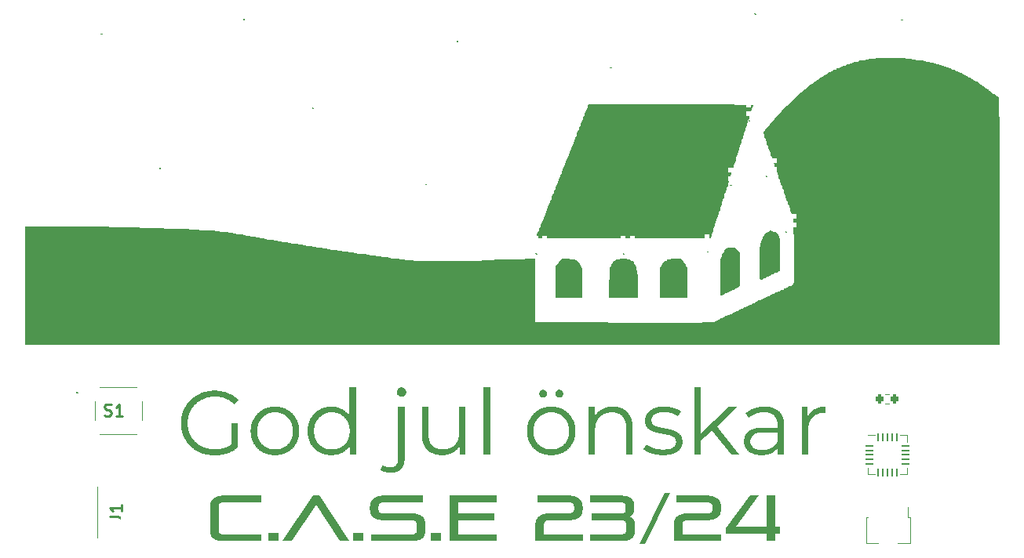
<source format=gbr>
%TF.GenerationSoftware,KiCad,Pcbnew,7.0.6*%
%TF.CreationDate,2023-11-12T21:40:01+01:00*%
%TF.ProjectId,Julkort,4a756c6b-6f72-4742-9e6b-696361645f70,rev?*%
%TF.SameCoordinates,Original*%
%TF.FileFunction,Legend,Top*%
%TF.FilePolarity,Positive*%
%FSLAX46Y46*%
G04 Gerber Fmt 4.6, Leading zero omitted, Abs format (unit mm)*
G04 Created by KiCad (PCBNEW 7.0.6) date 2023-11-12 21:40:01*
%MOMM*%
%LPD*%
G01*
G04 APERTURE LIST*
G04 Aperture macros list*
%AMRoundRect*
0 Rectangle with rounded corners*
0 $1 Rounding radius*
0 $2 $3 $4 $5 $6 $7 $8 $9 X,Y pos of 4 corners*
0 Add a 4 corners polygon primitive as box body*
4,1,4,$2,$3,$4,$5,$6,$7,$8,$9,$2,$3,0*
0 Add four circle primitives for the rounded corners*
1,1,$1+$1,$2,$3*
1,1,$1+$1,$4,$5*
1,1,$1+$1,$6,$7*
1,1,$1+$1,$8,$9*
0 Add four rect primitives between the rounded corners*
20,1,$1+$1,$2,$3,$4,$5,0*
20,1,$1+$1,$4,$5,$6,$7,0*
20,1,$1+$1,$6,$7,$8,$9,0*
20,1,$1+$1,$8,$9,$2,$3,0*%
%AMFreePoly0*
4,1,9,3.862500,-0.866500,0.737500,-0.866500,0.737500,-0.450000,-0.737500,-0.450000,-0.737500,0.450000,0.737500,0.450000,0.737500,0.866500,3.862500,0.866500,3.862500,-0.866500,3.862500,-0.866500,$1*%
G04 Aperture macros list end*
%ADD10C,0.150000*%
%ADD11C,0.254000*%
%ADD12C,0.100000*%
%ADD13C,0.120000*%
%ADD14C,0.200000*%
%ADD15R,0.550000X0.550000*%
%ADD16RoundRect,0.200000X0.200000X0.275000X-0.200000X0.275000X-0.200000X-0.275000X0.200000X-0.275000X0*%
%ADD17R,0.900000X1.300000*%
%ADD18FreePoly0,270.000000*%
%ADD19C,0.900000*%
%ADD20R,1.200000X0.900000*%
%ADD21R,0.900000X0.800000*%
%ADD22RoundRect,0.062500X-0.350000X-0.062500X0.350000X-0.062500X0.350000X0.062500X-0.350000X0.062500X0*%
%ADD23RoundRect,0.062500X-0.062500X-0.350000X0.062500X-0.350000X0.062500X0.350000X-0.062500X0.350000X0*%
%ADD24R,2.500000X2.500000*%
%ADD25R,1.000000X0.750000*%
G04 APERTURE END LIST*
D10*
G36*
X95913876Y-133239200D02*
G01*
X95913876Y-132511356D01*
X91943708Y-132511356D01*
X91867566Y-132509487D01*
X91796648Y-132503907D01*
X91730909Y-132494652D01*
X91670309Y-132481760D01*
X91614803Y-132465270D01*
X91564350Y-132445217D01*
X91518905Y-132421640D01*
X91460035Y-132379750D01*
X91412194Y-132330141D01*
X91375236Y-132272942D01*
X91349018Y-132208278D01*
X91333393Y-132136276D01*
X91328790Y-132084262D01*
X91328216Y-132057064D01*
X91328216Y-129498620D01*
X91330513Y-129445017D01*
X91337433Y-129394600D01*
X91356573Y-129325030D01*
X91386355Y-129262840D01*
X91426925Y-129208157D01*
X91478426Y-129161107D01*
X91541004Y-129121818D01*
X91588948Y-129099998D01*
X91641922Y-129081722D01*
X91699970Y-129067026D01*
X91763134Y-129055948D01*
X91831457Y-129048526D01*
X91904982Y-129044797D01*
X91943708Y-129044329D01*
X95913876Y-129044329D01*
X95913876Y-128315264D01*
X91943708Y-128315264D01*
X91840743Y-128316673D01*
X91741786Y-128320867D01*
X91646789Y-128327800D01*
X91555703Y-128337422D01*
X91468481Y-128349687D01*
X91385074Y-128364546D01*
X91305432Y-128381951D01*
X91229508Y-128401855D01*
X91157253Y-128424210D01*
X91088618Y-128448968D01*
X91023556Y-128476081D01*
X90962017Y-128505501D01*
X90903953Y-128537181D01*
X90849315Y-128571072D01*
X90798055Y-128607126D01*
X90750124Y-128645297D01*
X90705474Y-128685535D01*
X90664057Y-128727794D01*
X90625823Y-128772025D01*
X90590725Y-128818180D01*
X90558713Y-128866211D01*
X90529739Y-128916072D01*
X90503756Y-128967713D01*
X90480713Y-129021087D01*
X90460563Y-129076147D01*
X90443257Y-129132843D01*
X90428746Y-129191129D01*
X90416983Y-129250957D01*
X90407918Y-129312278D01*
X90401504Y-129375046D01*
X90397690Y-129439211D01*
X90396430Y-129504726D01*
X90396430Y-132049737D01*
X90397690Y-132115360D01*
X90401504Y-132179619D01*
X90407918Y-132242467D01*
X90416983Y-132303857D01*
X90428746Y-132363741D01*
X90443257Y-132422073D01*
X90460563Y-132478806D01*
X90480713Y-132533891D01*
X90503756Y-132587282D01*
X90529739Y-132638932D01*
X90558713Y-132688794D01*
X90590725Y-132736820D01*
X90625823Y-132782963D01*
X90664057Y-132827177D01*
X90705474Y-132869413D01*
X90750124Y-132909624D01*
X90798055Y-132947764D01*
X90849315Y-132983786D01*
X90903953Y-133017642D01*
X90962017Y-133049284D01*
X91023556Y-133078666D01*
X91088618Y-133105741D01*
X91157253Y-133130461D01*
X91229508Y-133152780D01*
X91305432Y-133172649D01*
X91385074Y-133190022D01*
X91468481Y-133204852D01*
X91555703Y-133217091D01*
X91646789Y-133226693D01*
X91741786Y-133233610D01*
X91840743Y-133237794D01*
X91943708Y-133239200D01*
X95913876Y-133239200D01*
G37*
G36*
X97757909Y-133239200D02*
G01*
X97757909Y-132329395D01*
X96658817Y-132329395D01*
X96658817Y-133239200D01*
X97757909Y-133239200D01*
G37*
G36*
X105443011Y-133239200D02*
G01*
X102187253Y-128315264D01*
X101508258Y-128315264D01*
X98232962Y-133239200D01*
X99268551Y-133239200D01*
X101851420Y-129273917D01*
X104392766Y-133239200D01*
X105443011Y-133239200D01*
G37*
G36*
X106960980Y-133239200D02*
G01*
X106960980Y-132329395D01*
X105861887Y-132329395D01*
X105861887Y-133239200D01*
X106960980Y-133239200D01*
G37*
G36*
X112105955Y-133239200D02*
G01*
X112208921Y-133237794D01*
X112307878Y-133233609D01*
X112402875Y-133226692D01*
X112493960Y-133217089D01*
X112581183Y-133204847D01*
X112664590Y-133190014D01*
X112744232Y-133172636D01*
X112820156Y-133152760D01*
X112892411Y-133130434D01*
X112961045Y-133105704D01*
X113026108Y-133078617D01*
X113087647Y-133049220D01*
X113145711Y-133017560D01*
X113200349Y-132983684D01*
X113251609Y-132947639D01*
X113299540Y-132909472D01*
X113344190Y-132869230D01*
X113385607Y-132826959D01*
X113423841Y-132782708D01*
X113458939Y-132736522D01*
X113490951Y-132688449D01*
X113519924Y-132638536D01*
X113545908Y-132586829D01*
X113568951Y-132533376D01*
X113589101Y-132478223D01*
X113606407Y-132421418D01*
X113620917Y-132363008D01*
X113632681Y-132303039D01*
X113641746Y-132241558D01*
X113648160Y-132178613D01*
X113651974Y-132114249D01*
X113653234Y-132048516D01*
X113653234Y-131436687D01*
X113651974Y-131370950D01*
X113648160Y-131306577D01*
X113641746Y-131243615D01*
X113632681Y-131182112D01*
X113620917Y-131122115D01*
X113606407Y-131063672D01*
X113589101Y-131006830D01*
X113568951Y-130951636D01*
X113545908Y-130898139D01*
X113519924Y-130846384D01*
X113490951Y-130796420D01*
X113458939Y-130748295D01*
X113423841Y-130702054D01*
X113385607Y-130657747D01*
X113344190Y-130615420D01*
X113299540Y-130575121D01*
X113251609Y-130536896D01*
X113200349Y-130500795D01*
X113145711Y-130466863D01*
X113087647Y-130435149D01*
X113026108Y-130405699D01*
X112961045Y-130378561D01*
X112892411Y-130353783D01*
X112820156Y-130331412D01*
X112744232Y-130311495D01*
X112664590Y-130294080D01*
X112581183Y-130279215D01*
X112493960Y-130266945D01*
X112402875Y-130257320D01*
X112307878Y-130250386D01*
X112208921Y-130246191D01*
X112105955Y-130244782D01*
X109208014Y-130244782D01*
X109131858Y-130242928D01*
X109060901Y-130237391D01*
X108995102Y-130228207D01*
X108934424Y-130215416D01*
X108878826Y-130199054D01*
X108828269Y-130179159D01*
X108782714Y-130155768D01*
X108723673Y-130114210D01*
X108675665Y-130064999D01*
X108638556Y-130008261D01*
X108612215Y-129944123D01*
X108596507Y-129872712D01*
X108591878Y-129821126D01*
X108591301Y-129794154D01*
X108591301Y-129494957D01*
X108593612Y-129441797D01*
X108600570Y-129391795D01*
X108619807Y-129322794D01*
X108649723Y-129261109D01*
X108690450Y-129206866D01*
X108742121Y-129160191D01*
X108804869Y-129121213D01*
X108852920Y-129099565D01*
X108905992Y-129081432D01*
X108964126Y-129066851D01*
X109027359Y-129055859D01*
X109095732Y-129048493D01*
X109169284Y-129044793D01*
X109208014Y-129044329D01*
X113379682Y-129044329D01*
X113379682Y-128315264D01*
X109208014Y-128315264D01*
X109105048Y-128316672D01*
X109006091Y-128320866D01*
X108911094Y-128327798D01*
X108820009Y-128337417D01*
X108732787Y-128349677D01*
X108649379Y-128364530D01*
X108569738Y-128381926D01*
X108493814Y-128401817D01*
X108421559Y-128424156D01*
X108352924Y-128448894D01*
X108287862Y-128475982D01*
X108226322Y-128505372D01*
X108168258Y-128537017D01*
X108113620Y-128570867D01*
X108062360Y-128606875D01*
X108014430Y-128644992D01*
X107969780Y-128685169D01*
X107928363Y-128727359D01*
X107890129Y-128771513D01*
X107855030Y-128817583D01*
X107823019Y-128865521D01*
X107794045Y-128915278D01*
X107768061Y-128966806D01*
X107745018Y-129020057D01*
X107724868Y-129074982D01*
X107707562Y-129131533D01*
X107693052Y-129189662D01*
X107681289Y-129249321D01*
X107672224Y-129310461D01*
X107665809Y-129373033D01*
X107661996Y-129436990D01*
X107660736Y-129502284D01*
X107660736Y-129786827D01*
X107661996Y-129852117D01*
X107665809Y-129916064D01*
X107672224Y-129978620D01*
X107681289Y-130039737D01*
X107693052Y-130099368D01*
X107707562Y-130157465D01*
X107724868Y-130213979D01*
X107745018Y-130268863D01*
X107768061Y-130322069D01*
X107794045Y-130373549D01*
X107823019Y-130423256D01*
X107855030Y-130471141D01*
X107890129Y-130517157D01*
X107928363Y-130561255D01*
X107969780Y-130603388D01*
X108014430Y-130643509D01*
X108062360Y-130681568D01*
X108113620Y-130717519D01*
X108168258Y-130751314D01*
X108226322Y-130782904D01*
X108287862Y-130812241D01*
X108352924Y-130839279D01*
X108421559Y-130863969D01*
X108493814Y-130886263D01*
X108569738Y-130906114D01*
X108649379Y-130923473D01*
X108732787Y-130938292D01*
X108820009Y-130950525D01*
X108911094Y-130960122D01*
X109006091Y-130967037D01*
X109105048Y-130971221D01*
X109208014Y-130972626D01*
X112105955Y-130972626D01*
X112182098Y-130974522D01*
X112253016Y-130980180D01*
X112318754Y-130989555D01*
X112379355Y-131002603D01*
X112434860Y-131019279D01*
X112485314Y-131039537D01*
X112530759Y-131063335D01*
X112589629Y-131105567D01*
X112637470Y-131155510D01*
X112674427Y-131213011D01*
X112700646Y-131277921D01*
X112716271Y-131350087D01*
X112720874Y-131402156D01*
X112721447Y-131429360D01*
X112721447Y-132054622D01*
X112719150Y-132108454D01*
X112712231Y-132159098D01*
X112693091Y-132229000D01*
X112663309Y-132291509D01*
X112622739Y-132346491D01*
X112571238Y-132393814D01*
X112508660Y-132433344D01*
X112460716Y-132455303D01*
X112407742Y-132473700D01*
X112349694Y-132488496D01*
X112286530Y-132499652D01*
X112218207Y-132507128D01*
X112144682Y-132510884D01*
X112105955Y-132511356D01*
X107821936Y-132511356D01*
X107821936Y-133239200D01*
X112105955Y-133239200D01*
G37*
G36*
X115314085Y-133239200D02*
G01*
X115314085Y-132329395D01*
X114214992Y-132329395D01*
X114214992Y-133239200D01*
X115314085Y-133239200D01*
G37*
G36*
X121311468Y-133239200D02*
G01*
X121311468Y-132511356D01*
X117175216Y-132511356D01*
X117175216Y-130998271D01*
X121101420Y-130998271D01*
X121101420Y-130269206D01*
X117175216Y-130269206D01*
X117175216Y-129044329D01*
X121311468Y-129044329D01*
X121311468Y-128315264D01*
X116243429Y-128315264D01*
X116243429Y-133239200D01*
X121311468Y-133239200D01*
G37*
G36*
X130611015Y-133239200D02*
G01*
X130611015Y-132511356D01*
X126445453Y-132511356D01*
X126445453Y-131429360D01*
X126447750Y-131375729D01*
X126454669Y-131325235D01*
X126473810Y-131255471D01*
X126503592Y-131193014D01*
X126544161Y-131138015D01*
X126595662Y-131090626D01*
X126658240Y-131050997D01*
X126706184Y-131028963D01*
X126759159Y-131010490D01*
X126817206Y-130995623D01*
X126880370Y-130984406D01*
X126948693Y-130976883D01*
X127022218Y-130973101D01*
X127060945Y-130972626D01*
X129063736Y-130972626D01*
X129166702Y-130971221D01*
X129265659Y-130967037D01*
X129360656Y-130960122D01*
X129451741Y-130950525D01*
X129538964Y-130938292D01*
X129622371Y-130923473D01*
X129702013Y-130906114D01*
X129777937Y-130886263D01*
X129850192Y-130863969D01*
X129918826Y-130839279D01*
X129983889Y-130812241D01*
X130045428Y-130782904D01*
X130103492Y-130751314D01*
X130158130Y-130717519D01*
X130209390Y-130681568D01*
X130257321Y-130643509D01*
X130301970Y-130603388D01*
X130343388Y-130561255D01*
X130381622Y-130517157D01*
X130416720Y-130471141D01*
X130448732Y-130423256D01*
X130477705Y-130373549D01*
X130503689Y-130322069D01*
X130526732Y-130268863D01*
X130546882Y-130213979D01*
X130564188Y-130157465D01*
X130578698Y-130099368D01*
X130590462Y-130039737D01*
X130599526Y-129978620D01*
X130605941Y-129916064D01*
X130609754Y-129852117D01*
X130611015Y-129786827D01*
X130611015Y-129502284D01*
X130609754Y-129436990D01*
X130605941Y-129373033D01*
X130599526Y-129310461D01*
X130590462Y-129249321D01*
X130578698Y-129189662D01*
X130564188Y-129131533D01*
X130546882Y-129074982D01*
X130526732Y-129020057D01*
X130503689Y-128966806D01*
X130477705Y-128915278D01*
X130448732Y-128865521D01*
X130416720Y-128817583D01*
X130381622Y-128771513D01*
X130343388Y-128727359D01*
X130301970Y-128685169D01*
X130257321Y-128644992D01*
X130209390Y-128606875D01*
X130158130Y-128570867D01*
X130103492Y-128537017D01*
X130045428Y-128505372D01*
X129983889Y-128475982D01*
X129918826Y-128448894D01*
X129850192Y-128424156D01*
X129777937Y-128401817D01*
X129702013Y-128381926D01*
X129622371Y-128364530D01*
X129538964Y-128349677D01*
X129451741Y-128337417D01*
X129360656Y-128327798D01*
X129265659Y-128320866D01*
X129166702Y-128316672D01*
X129063736Y-128315264D01*
X125779891Y-128315264D01*
X125779891Y-129044329D01*
X129063736Y-129044329D01*
X129139879Y-129046183D01*
X129210797Y-129051720D01*
X129276535Y-129060904D01*
X129337136Y-129073695D01*
X129392641Y-129090057D01*
X129443095Y-129109952D01*
X129488540Y-129133343D01*
X129547410Y-129174901D01*
X129595251Y-129224112D01*
X129632208Y-129280850D01*
X129658427Y-129344988D01*
X129674052Y-129416399D01*
X129678655Y-129467985D01*
X129679228Y-129494957D01*
X129679228Y-129794154D01*
X129676931Y-129847314D01*
X129670012Y-129897316D01*
X129650872Y-129966317D01*
X129621089Y-130028002D01*
X129580520Y-130082245D01*
X129529019Y-130128919D01*
X129466441Y-130167898D01*
X129418497Y-130189545D01*
X129365523Y-130207679D01*
X129307475Y-130222260D01*
X129244311Y-130233252D01*
X129175988Y-130240617D01*
X129102463Y-130244318D01*
X129063736Y-130244782D01*
X127060945Y-130244782D01*
X126957979Y-130246191D01*
X126859022Y-130250386D01*
X126764025Y-130257320D01*
X126672940Y-130266945D01*
X126585718Y-130279215D01*
X126502310Y-130294080D01*
X126422669Y-130311495D01*
X126346745Y-130331412D01*
X126274490Y-130353783D01*
X126205855Y-130378561D01*
X126140792Y-130405699D01*
X126079253Y-130435149D01*
X126021189Y-130466863D01*
X125966551Y-130500795D01*
X125915291Y-130536896D01*
X125867361Y-130575121D01*
X125822711Y-130615420D01*
X125781293Y-130657747D01*
X125743060Y-130702054D01*
X125707961Y-130748295D01*
X125675950Y-130796420D01*
X125646976Y-130846384D01*
X125620992Y-130898139D01*
X125597949Y-130951636D01*
X125577799Y-131006830D01*
X125560493Y-131063672D01*
X125545983Y-131122115D01*
X125534220Y-131182112D01*
X125525155Y-131243615D01*
X125518740Y-131306577D01*
X125514927Y-131370950D01*
X125513667Y-131436687D01*
X125513667Y-133239200D01*
X130611015Y-133239200D01*
G37*
G36*
X134687428Y-133239200D02*
G01*
X134799028Y-133237739D01*
X134905602Y-133233413D01*
X135007247Y-133226302D01*
X135104060Y-133216490D01*
X135196139Y-133204058D01*
X135283581Y-133189088D01*
X135366483Y-133171663D01*
X135444943Y-133151864D01*
X135519058Y-133129773D01*
X135588925Y-133105473D01*
X135654641Y-133079045D01*
X135716303Y-133050572D01*
X135774010Y-133020136D01*
X135827857Y-132987818D01*
X135877944Y-132953701D01*
X135924365Y-132917868D01*
X135967220Y-132880399D01*
X136006605Y-132841377D01*
X136042617Y-132800884D01*
X136075355Y-132759002D01*
X136104914Y-132715814D01*
X136131392Y-132671401D01*
X136154888Y-132625845D01*
X136175497Y-132579229D01*
X136193317Y-132531634D01*
X136208445Y-132483142D01*
X136220979Y-132433837D01*
X136231016Y-132383799D01*
X136238654Y-132333110D01*
X136243989Y-132281854D01*
X136247118Y-132230111D01*
X136248140Y-132177964D01*
X136248140Y-131376848D01*
X136244991Y-131290826D01*
X136235713Y-131210338D01*
X136220560Y-131135224D01*
X136199787Y-131065324D01*
X136173647Y-131000475D01*
X136142395Y-130940517D01*
X136106284Y-130885288D01*
X136065568Y-130834629D01*
X136020502Y-130788377D01*
X135971339Y-130746372D01*
X135918334Y-130708453D01*
X135861740Y-130674459D01*
X135801812Y-130644228D01*
X135738803Y-130617601D01*
X135672967Y-130594415D01*
X135604560Y-130574510D01*
X135668632Y-130558330D01*
X135729763Y-130536493D01*
X135787788Y-130509206D01*
X135842544Y-130476679D01*
X135893865Y-130439123D01*
X135941586Y-130396745D01*
X135985544Y-130349755D01*
X136025573Y-130298363D01*
X136061510Y-130242778D01*
X136093189Y-130183209D01*
X136120445Y-130119865D01*
X136143115Y-130052956D01*
X136161034Y-129982691D01*
X136174037Y-129909280D01*
X136181959Y-129832931D01*
X136184637Y-129753854D01*
X136184637Y-129381384D01*
X136183402Y-129320305D01*
X136179666Y-129260736D01*
X136173382Y-129202704D01*
X136164503Y-129146238D01*
X136152983Y-129091366D01*
X136138776Y-129038116D01*
X136121833Y-128986516D01*
X136102109Y-128936595D01*
X136079557Y-128888380D01*
X136054130Y-128841900D01*
X136025781Y-128797183D01*
X135994463Y-128754257D01*
X135960131Y-128713150D01*
X135922736Y-128673891D01*
X135882233Y-128636508D01*
X135838575Y-128601028D01*
X135791714Y-128567480D01*
X135741605Y-128535893D01*
X135688200Y-128506293D01*
X135631453Y-128478711D01*
X135571316Y-128453173D01*
X135507744Y-128429708D01*
X135440690Y-128408344D01*
X135370106Y-128389109D01*
X135295946Y-128372032D01*
X135218163Y-128357140D01*
X135136711Y-128344462D01*
X135051543Y-128334026D01*
X134962612Y-128325860D01*
X134869871Y-128319992D01*
X134773274Y-128316450D01*
X134672773Y-128315264D01*
X131382822Y-128315264D01*
X131382822Y-129044329D01*
X134672773Y-129044329D01*
X134750947Y-129045657D01*
X134822572Y-129049690D01*
X134887858Y-129056500D01*
X134947012Y-129066158D01*
X135000241Y-129078735D01*
X135047753Y-129094303D01*
X135108754Y-129123420D01*
X135158059Y-129159669D01*
X135196368Y-129203292D01*
X135224381Y-129254530D01*
X135242798Y-129313625D01*
X135252319Y-129380818D01*
X135254071Y-129430232D01*
X135254071Y-129858878D01*
X135252319Y-129908292D01*
X135242798Y-129975486D01*
X135224381Y-130034581D01*
X135196368Y-130085819D01*
X135158059Y-130129442D01*
X135108754Y-130165691D01*
X135047753Y-130194808D01*
X135000241Y-130210376D01*
X134947012Y-130222953D01*
X134887858Y-130232611D01*
X134822572Y-130239420D01*
X134750947Y-130243454D01*
X134672773Y-130244782D01*
X131592871Y-130244782D01*
X131592871Y-130972626D01*
X134687428Y-130972626D01*
X134755685Y-130973962D01*
X134821094Y-130978052D01*
X134883440Y-130985015D01*
X134942509Y-130994970D01*
X134998086Y-131008038D01*
X135049957Y-131024339D01*
X135097906Y-131043992D01*
X135141720Y-131067117D01*
X135199215Y-131108578D01*
X135246198Y-131158525D01*
X135281942Y-131217363D01*
X135305725Y-131285498D01*
X135314576Y-131336284D01*
X135317574Y-131391502D01*
X135317574Y-132003331D01*
X135314576Y-132074442D01*
X135305725Y-132139112D01*
X135291235Y-132197596D01*
X135271321Y-132250150D01*
X135246198Y-132297029D01*
X135216080Y-132338490D01*
X135181182Y-132374788D01*
X135141720Y-132406179D01*
X135097906Y-132432919D01*
X135049957Y-132455263D01*
X134998086Y-132473469D01*
X134942509Y-132487790D01*
X134883440Y-132498484D01*
X134821094Y-132505805D01*
X134755685Y-132510011D01*
X134687428Y-132511356D01*
X131382822Y-132511356D01*
X131382822Y-133239200D01*
X134687428Y-133239200D01*
G37*
G36*
X137331357Y-133551830D02*
G01*
X140047337Y-128002633D01*
X139431845Y-128002633D01*
X136715865Y-133551830D01*
X137331357Y-133551830D01*
G37*
G36*
X145534253Y-133239200D02*
G01*
X145534253Y-132511356D01*
X141368691Y-132511356D01*
X141368691Y-131429360D01*
X141370988Y-131375729D01*
X141377907Y-131325235D01*
X141397048Y-131255471D01*
X141426830Y-131193014D01*
X141467399Y-131138015D01*
X141518900Y-131090626D01*
X141581478Y-131050997D01*
X141629422Y-131028963D01*
X141682397Y-131010490D01*
X141740444Y-130995623D01*
X141803608Y-130984406D01*
X141871931Y-130976883D01*
X141945456Y-130973101D01*
X141984183Y-130972626D01*
X143986974Y-130972626D01*
X144089940Y-130971221D01*
X144188897Y-130967037D01*
X144283894Y-130960122D01*
X144374979Y-130950525D01*
X144462202Y-130938292D01*
X144545609Y-130923473D01*
X144625251Y-130906114D01*
X144701175Y-130886263D01*
X144773430Y-130863969D01*
X144842064Y-130839279D01*
X144907127Y-130812241D01*
X144968666Y-130782904D01*
X145026730Y-130751314D01*
X145081368Y-130717519D01*
X145132628Y-130681568D01*
X145180559Y-130643509D01*
X145225208Y-130603388D01*
X145266626Y-130561255D01*
X145304860Y-130517157D01*
X145339958Y-130471141D01*
X145371970Y-130423256D01*
X145400943Y-130373549D01*
X145426927Y-130322069D01*
X145449970Y-130268863D01*
X145470120Y-130213979D01*
X145487426Y-130157465D01*
X145501936Y-130099368D01*
X145513700Y-130039737D01*
X145522764Y-129978620D01*
X145529179Y-129916064D01*
X145532992Y-129852117D01*
X145534253Y-129786827D01*
X145534253Y-129502284D01*
X145532992Y-129436990D01*
X145529179Y-129373033D01*
X145522764Y-129310461D01*
X145513700Y-129249321D01*
X145501936Y-129189662D01*
X145487426Y-129131533D01*
X145470120Y-129074982D01*
X145449970Y-129020057D01*
X145426927Y-128966806D01*
X145400943Y-128915278D01*
X145371970Y-128865521D01*
X145339958Y-128817583D01*
X145304860Y-128771513D01*
X145266626Y-128727359D01*
X145225208Y-128685169D01*
X145180559Y-128644992D01*
X145132628Y-128606875D01*
X145081368Y-128570867D01*
X145026730Y-128537017D01*
X144968666Y-128505372D01*
X144907127Y-128475982D01*
X144842064Y-128448894D01*
X144773430Y-128424156D01*
X144701175Y-128401817D01*
X144625251Y-128381926D01*
X144545609Y-128364530D01*
X144462202Y-128349677D01*
X144374979Y-128337417D01*
X144283894Y-128327798D01*
X144188897Y-128320866D01*
X144089940Y-128316672D01*
X143986974Y-128315264D01*
X140703129Y-128315264D01*
X140703129Y-129044329D01*
X143986974Y-129044329D01*
X144063117Y-129046183D01*
X144134035Y-129051720D01*
X144199773Y-129060904D01*
X144260374Y-129073695D01*
X144315879Y-129090057D01*
X144366333Y-129109952D01*
X144411778Y-129133343D01*
X144470648Y-129174901D01*
X144518489Y-129224112D01*
X144555446Y-129280850D01*
X144581665Y-129344988D01*
X144597290Y-129416399D01*
X144601893Y-129467985D01*
X144602466Y-129494957D01*
X144602466Y-129794154D01*
X144600169Y-129847314D01*
X144593250Y-129897316D01*
X144574110Y-129966317D01*
X144544327Y-130028002D01*
X144503758Y-130082245D01*
X144452257Y-130128919D01*
X144389679Y-130167898D01*
X144341735Y-130189545D01*
X144288761Y-130207679D01*
X144230713Y-130222260D01*
X144167549Y-130233252D01*
X144099226Y-130240617D01*
X144025701Y-130244318D01*
X143986974Y-130244782D01*
X141984183Y-130244782D01*
X141881217Y-130246191D01*
X141782260Y-130250386D01*
X141687263Y-130257320D01*
X141596178Y-130266945D01*
X141508956Y-130279215D01*
X141425548Y-130294080D01*
X141345907Y-130311495D01*
X141269983Y-130331412D01*
X141197728Y-130353783D01*
X141129093Y-130378561D01*
X141064030Y-130405699D01*
X141002491Y-130435149D01*
X140944427Y-130466863D01*
X140889789Y-130500795D01*
X140838529Y-130536896D01*
X140790599Y-130575121D01*
X140745949Y-130615420D01*
X140704531Y-130657747D01*
X140666298Y-130702054D01*
X140631199Y-130748295D01*
X140599187Y-130796420D01*
X140570214Y-130846384D01*
X140544230Y-130898139D01*
X140521187Y-130951636D01*
X140501037Y-131006830D01*
X140483731Y-131063672D01*
X140469221Y-131122115D01*
X140457458Y-131182112D01*
X140448393Y-131243615D01*
X140441978Y-131306577D01*
X140438165Y-131370950D01*
X140436905Y-131436687D01*
X140436905Y-133239200D01*
X145534253Y-133239200D01*
G37*
G36*
X151416842Y-133239200D02*
G01*
X151416842Y-132405110D01*
X151934637Y-132405110D01*
X151934637Y-131676045D01*
X151416842Y-131676045D01*
X151416842Y-128315264D01*
X150485055Y-128315264D01*
X150485055Y-131676045D01*
X147146256Y-131676045D01*
X149652187Y-128315264D01*
X148644685Y-128315264D01*
X146039835Y-131816485D01*
X146039835Y-132405110D01*
X150485055Y-132405110D01*
X150485055Y-133239200D01*
X151416842Y-133239200D01*
G37*
G36*
X90893499Y-123962459D02*
G01*
X90796300Y-123961444D01*
X90700036Y-123958399D01*
X90604707Y-123953323D01*
X90510313Y-123946217D01*
X90416854Y-123937081D01*
X90324330Y-123925915D01*
X90232740Y-123912718D01*
X90142086Y-123897491D01*
X90052367Y-123880234D01*
X89963583Y-123860946D01*
X89875734Y-123839628D01*
X89788820Y-123816280D01*
X89702840Y-123790902D01*
X89617796Y-123763493D01*
X89533687Y-123734054D01*
X89450513Y-123702585D01*
X89368688Y-123669266D01*
X89288198Y-123634277D01*
X89209044Y-123597619D01*
X89131226Y-123559291D01*
X89054744Y-123519293D01*
X88979597Y-123477626D01*
X88905786Y-123434289D01*
X88833311Y-123389282D01*
X88762171Y-123342606D01*
X88692368Y-123294261D01*
X88623899Y-123244245D01*
X88556767Y-123192560D01*
X88490970Y-123139205D01*
X88426509Y-123084181D01*
X88363384Y-123027487D01*
X88301594Y-122969124D01*
X88241534Y-122909298D01*
X88183171Y-122848216D01*
X88126504Y-122785879D01*
X88071533Y-122722286D01*
X88018258Y-122657437D01*
X87966680Y-122591333D01*
X87916798Y-122523974D01*
X87868613Y-122455359D01*
X87822124Y-122385488D01*
X87777331Y-122314362D01*
X87734234Y-122241980D01*
X87692834Y-122168343D01*
X87653131Y-122093450D01*
X87615123Y-122017302D01*
X87578812Y-121939898D01*
X87544197Y-121861238D01*
X87511486Y-121781270D01*
X87480885Y-121700366D01*
X87452394Y-121618528D01*
X87426014Y-121535754D01*
X87401745Y-121452046D01*
X87379585Y-121367402D01*
X87359536Y-121281824D01*
X87341598Y-121195310D01*
X87325770Y-121107862D01*
X87312052Y-121019478D01*
X87300445Y-120930160D01*
X87290948Y-120839906D01*
X87283562Y-120748718D01*
X87278286Y-120656594D01*
X87275120Y-120563536D01*
X87274065Y-120469542D01*
X87275120Y-120375549D01*
X87278286Y-120282491D01*
X87283562Y-120190367D01*
X87290948Y-120099179D01*
X87300445Y-120008925D01*
X87312052Y-119919607D01*
X87325770Y-119831223D01*
X87341598Y-119743775D01*
X87359536Y-119657261D01*
X87379585Y-119571683D01*
X87401745Y-119487039D01*
X87426014Y-119403331D01*
X87452394Y-119320557D01*
X87480885Y-119238719D01*
X87511486Y-119157815D01*
X87544197Y-119077847D01*
X87578825Y-118998987D01*
X87615177Y-118921409D01*
X87653251Y-118845114D01*
X87693048Y-118770101D01*
X87734568Y-118696370D01*
X87777812Y-118623921D01*
X87822778Y-118552755D01*
X87869468Y-118482871D01*
X87917880Y-118414269D01*
X87968016Y-118346950D01*
X88019875Y-118280913D01*
X88073456Y-118216158D01*
X88128761Y-118152685D01*
X88185789Y-118090495D01*
X88244540Y-118029587D01*
X88305014Y-117969961D01*
X88367217Y-117911598D01*
X88430730Y-117854904D01*
X88495552Y-117799879D01*
X88561682Y-117746525D01*
X88629122Y-117694840D01*
X88697871Y-117644824D01*
X88767928Y-117596479D01*
X88839295Y-117549802D01*
X88911971Y-117504796D01*
X88985955Y-117461459D01*
X89061249Y-117419792D01*
X89137851Y-117379794D01*
X89215763Y-117341466D01*
X89294983Y-117304808D01*
X89375513Y-117269819D01*
X89457351Y-117236500D01*
X89540546Y-117205031D01*
X89624715Y-117175592D01*
X89709859Y-117148183D01*
X89795979Y-117122805D01*
X89883073Y-117099457D01*
X89971143Y-117078139D01*
X90060188Y-117058851D01*
X90150207Y-117041594D01*
X90241202Y-117026367D01*
X90333172Y-117013170D01*
X90426117Y-117002004D01*
X90520037Y-116992868D01*
X90614932Y-116985762D01*
X90710802Y-116980686D01*
X90807647Y-116977641D01*
X90905467Y-116976625D01*
X91002226Y-116977601D01*
X91098022Y-116980526D01*
X91192857Y-116985401D01*
X91286730Y-116992226D01*
X91379642Y-117001002D01*
X91471592Y-117011728D01*
X91562580Y-117024404D01*
X91652606Y-117039030D01*
X91741671Y-117055606D01*
X91829774Y-117074132D01*
X91916915Y-117094608D01*
X92003095Y-117117035D01*
X92088313Y-117141411D01*
X92172569Y-117167738D01*
X92255863Y-117196015D01*
X92338196Y-117226242D01*
X92419300Y-117258198D01*
X92498908Y-117292092D01*
X92577020Y-117327922D01*
X92653636Y-117365689D01*
X92728755Y-117405393D01*
X92802379Y-117447033D01*
X92874507Y-117490611D01*
X92945139Y-117536125D01*
X93014275Y-117583576D01*
X93081915Y-117632963D01*
X93148059Y-117684288D01*
X93212707Y-117737549D01*
X93275859Y-117792747D01*
X93337515Y-117849881D01*
X93397676Y-117908953D01*
X93456340Y-117969961D01*
X93004979Y-118429870D01*
X92949961Y-118377170D01*
X92894329Y-118326353D01*
X92838083Y-118277420D01*
X92781222Y-118230370D01*
X92723747Y-118185203D01*
X92665657Y-118141920D01*
X92606953Y-118100519D01*
X92547634Y-118061003D01*
X92487701Y-118023369D01*
X92427154Y-117987619D01*
X92365992Y-117953752D01*
X92304216Y-117921769D01*
X92241825Y-117891669D01*
X92178820Y-117863452D01*
X92115200Y-117837119D01*
X92050966Y-117812669D01*
X91986091Y-117789688D01*
X91920548Y-117768190D01*
X91854337Y-117748174D01*
X91787459Y-117729641D01*
X91719912Y-117712591D01*
X91651698Y-117697024D01*
X91582816Y-117682939D01*
X91513266Y-117670336D01*
X91443048Y-117659217D01*
X91372162Y-117649579D01*
X91300608Y-117641425D01*
X91228387Y-117634753D01*
X91155498Y-117629564D01*
X91081940Y-117625857D01*
X91007715Y-117623633D01*
X90932823Y-117622892D01*
X90854116Y-117623734D01*
X90776145Y-117626258D01*
X90698908Y-117630465D01*
X90622405Y-117636356D01*
X90546637Y-117643929D01*
X90471604Y-117653186D01*
X90397306Y-117664125D01*
X90323742Y-117676748D01*
X90250913Y-117691053D01*
X90178818Y-117707041D01*
X90107458Y-117724713D01*
X90036833Y-117744067D01*
X89966942Y-117765104D01*
X89897786Y-117787825D01*
X89829365Y-117812228D01*
X89761678Y-117838314D01*
X89695120Y-117865696D01*
X89629657Y-117894414D01*
X89565290Y-117924467D01*
X89502017Y-117955856D01*
X89439840Y-117988581D01*
X89378759Y-118022641D01*
X89318772Y-118058037D01*
X89259881Y-118094769D01*
X89202085Y-118132837D01*
X89145385Y-118172240D01*
X89089779Y-118212979D01*
X89035269Y-118255054D01*
X88981855Y-118298464D01*
X88929535Y-118343210D01*
X88878311Y-118389292D01*
X88828182Y-118436709D01*
X88779302Y-118485315D01*
X88731824Y-118534964D01*
X88685749Y-118585653D01*
X88619266Y-118663642D01*
X88555939Y-118743974D01*
X88495767Y-118826651D01*
X88438751Y-118911672D01*
X88384890Y-118999037D01*
X88350737Y-119058583D01*
X88317985Y-119119170D01*
X88286636Y-119180799D01*
X88256690Y-119243471D01*
X88228146Y-119307184D01*
X88214400Y-119339431D01*
X88188106Y-119404553D01*
X88163509Y-119470410D01*
X88140609Y-119537001D01*
X88119404Y-119604327D01*
X88099896Y-119672388D01*
X88082085Y-119741184D01*
X88065970Y-119810714D01*
X88051551Y-119880978D01*
X88038828Y-119951978D01*
X88027802Y-120023711D01*
X88018472Y-120096180D01*
X88010838Y-120169383D01*
X88004901Y-120243321D01*
X88000660Y-120317994D01*
X87998116Y-120393401D01*
X87997268Y-120469542D01*
X87998116Y-120545063D01*
X88000660Y-120619889D01*
X88004901Y-120694021D01*
X88010838Y-120767458D01*
X88018472Y-120840200D01*
X88027802Y-120912248D01*
X88038828Y-120983601D01*
X88051551Y-121054260D01*
X88065970Y-121124224D01*
X88082085Y-121193494D01*
X88099896Y-121262068D01*
X88119404Y-121329949D01*
X88140609Y-121397135D01*
X88163509Y-121463626D01*
X88188106Y-121529423D01*
X88214400Y-121594525D01*
X88242242Y-121658772D01*
X88271488Y-121722004D01*
X88302135Y-121784222D01*
X88334185Y-121845423D01*
X88367638Y-121905610D01*
X88402493Y-121964782D01*
X88438751Y-122022938D01*
X88476411Y-122080080D01*
X88535531Y-122163888D01*
X88597807Y-122245413D01*
X88641077Y-122298494D01*
X88685749Y-122350560D01*
X88731824Y-122401610D01*
X88779302Y-122451646D01*
X88828182Y-122500666D01*
X88878304Y-122548290D01*
X88929508Y-122594566D01*
X88981794Y-122639492D01*
X89035162Y-122683070D01*
X89089612Y-122725298D01*
X89145144Y-122766177D01*
X89201758Y-122805707D01*
X89259454Y-122843888D01*
X89318231Y-122880720D01*
X89378091Y-122916203D01*
X89439032Y-122950337D01*
X89501056Y-122983122D01*
X89564161Y-123014558D01*
X89628348Y-123044644D01*
X89693617Y-123073382D01*
X89759968Y-123100771D01*
X89827241Y-123126650D01*
X89895275Y-123150859D01*
X89964070Y-123173399D01*
X90033627Y-123194270D01*
X90103945Y-123213471D01*
X90175025Y-123231002D01*
X90246866Y-123246863D01*
X90319468Y-123261055D01*
X90392831Y-123273577D01*
X90466956Y-123284430D01*
X90541842Y-123293613D01*
X90617490Y-123301126D01*
X90693899Y-123306970D01*
X90771069Y-123311144D01*
X90849000Y-123313648D01*
X90927693Y-123314483D01*
X90999928Y-123313782D01*
X91071736Y-123311678D01*
X91143116Y-123308172D01*
X91214068Y-123303263D01*
X91284593Y-123296952D01*
X91354691Y-123289238D01*
X91424361Y-123280122D01*
X91493604Y-123269604D01*
X91562420Y-123257682D01*
X91630808Y-123244359D01*
X91698768Y-123229633D01*
X91766301Y-123213504D01*
X91833407Y-123195973D01*
X91900085Y-123177039D01*
X91966336Y-123156703D01*
X92032160Y-123134965D01*
X92097649Y-123111597D01*
X92162471Y-123086372D01*
X92226625Y-123059290D01*
X92290111Y-123030352D01*
X92352929Y-122999558D01*
X92415079Y-122966906D01*
X92476561Y-122932399D01*
X92537376Y-122896034D01*
X92597523Y-122857813D01*
X92657001Y-122817735D01*
X92715812Y-122775801D01*
X92773956Y-122732010D01*
X92831431Y-122686362D01*
X92888238Y-122638858D01*
X92944378Y-122589497D01*
X92999850Y-122538279D01*
X93410178Y-123085383D01*
X93349009Y-123139039D01*
X93286465Y-123191011D01*
X93222545Y-123241300D01*
X93157249Y-123289906D01*
X93090577Y-123336829D01*
X93022530Y-123382070D01*
X92953107Y-123425627D01*
X92882308Y-123467501D01*
X92810133Y-123507693D01*
X92736583Y-123546201D01*
X92661656Y-123583026D01*
X92585354Y-123618169D01*
X92507677Y-123651628D01*
X92428623Y-123683404D01*
X92348194Y-123713498D01*
X92266388Y-123741908D01*
X92183688Y-123768615D01*
X92100574Y-123793600D01*
X92017046Y-123816861D01*
X91933104Y-123838399D01*
X91848748Y-123858214D01*
X91763977Y-123876307D01*
X91678793Y-123892676D01*
X91593194Y-123907322D01*
X91507182Y-123920245D01*
X91420755Y-123931444D01*
X91333914Y-123940921D01*
X91246659Y-123948675D01*
X91158990Y-123954706D01*
X91070908Y-123959013D01*
X90982411Y-123961598D01*
X90893499Y-123962459D01*
G37*
G36*
X92719459Y-123001608D02*
G01*
X92719459Y-120466123D01*
X93410178Y-120466123D01*
X93410178Y-123085383D01*
X92719459Y-123001608D01*
G37*
G36*
X97504702Y-118704738D02*
G01*
X97597260Y-118708685D01*
X97688548Y-118715263D01*
X97778568Y-118724473D01*
X97867319Y-118736314D01*
X97954801Y-118750786D01*
X98041014Y-118767890D01*
X98125958Y-118787625D01*
X98209633Y-118809991D01*
X98292039Y-118834989D01*
X98373176Y-118862618D01*
X98453045Y-118892879D01*
X98531644Y-118925770D01*
X98608975Y-118961293D01*
X98685036Y-118999448D01*
X98759829Y-119040233D01*
X98833199Y-119083103D01*
X98904566Y-119127936D01*
X98973929Y-119174732D01*
X99041288Y-119223492D01*
X99106644Y-119274215D01*
X99169997Y-119326902D01*
X99231345Y-119381552D01*
X99290691Y-119438166D01*
X99348032Y-119496743D01*
X99403371Y-119557284D01*
X99456705Y-119619788D01*
X99508036Y-119684256D01*
X99557364Y-119750687D01*
X99604688Y-119819082D01*
X99650008Y-119889440D01*
X99693325Y-119961762D01*
X99734318Y-120035793D01*
X99772666Y-120111280D01*
X99808369Y-120188223D01*
X99841428Y-120266622D01*
X99871842Y-120346477D01*
X99899611Y-120427788D01*
X99924736Y-120510555D01*
X99947215Y-120594778D01*
X99967051Y-120680457D01*
X99984241Y-120767591D01*
X99998787Y-120856182D01*
X100010688Y-120946228D01*
X100019944Y-121037730D01*
X100026556Y-121130689D01*
X100030523Y-121225103D01*
X100031846Y-121320973D01*
X100030523Y-121415634D01*
X100026556Y-121508987D01*
X100019944Y-121601030D01*
X100010688Y-121691764D01*
X99998787Y-121781189D01*
X99984241Y-121869306D01*
X99967051Y-121956113D01*
X99947215Y-122041612D01*
X99924736Y-122125801D01*
X99899611Y-122208681D01*
X99871842Y-122290253D01*
X99841428Y-122370515D01*
X99808369Y-122449468D01*
X99772666Y-122527113D01*
X99734318Y-122603448D01*
X99693325Y-122678475D01*
X99650208Y-122751631D01*
X99605062Y-122822784D01*
X99557885Y-122891933D01*
X99508677Y-122959079D01*
X99457440Y-123024221D01*
X99404172Y-123087360D01*
X99348874Y-123148495D01*
X99291545Y-123207627D01*
X99232187Y-123264755D01*
X99170798Y-123319879D01*
X99107379Y-123373000D01*
X99041929Y-123424118D01*
X98974450Y-123473231D01*
X98904940Y-123520342D01*
X98833399Y-123565448D01*
X98759829Y-123608552D01*
X98684635Y-123649337D01*
X98608227Y-123687492D01*
X98530602Y-123723015D01*
X98451762Y-123755906D01*
X98371707Y-123786167D01*
X98290436Y-123813796D01*
X98207950Y-123838793D01*
X98124248Y-123861160D01*
X98039331Y-123880895D01*
X97953198Y-123897998D01*
X97865849Y-123912471D01*
X97777286Y-123924312D01*
X97687506Y-123933521D01*
X97596512Y-123940100D01*
X97504301Y-123944047D01*
X97410876Y-123945362D01*
X97317263Y-123944047D01*
X97224919Y-123940100D01*
X97133844Y-123933521D01*
X97044038Y-123924312D01*
X96955501Y-123912471D01*
X96868233Y-123897998D01*
X96782234Y-123880895D01*
X96697503Y-123861160D01*
X96614042Y-123838793D01*
X96531849Y-123813796D01*
X96450926Y-123786167D01*
X96371271Y-123755906D01*
X96292885Y-123723015D01*
X96215769Y-123687492D01*
X96139921Y-123649337D01*
X96065342Y-123608552D01*
X95992573Y-123565442D01*
X95921727Y-123520315D01*
X95852805Y-123473171D01*
X95785806Y-123424011D01*
X95720730Y-123372833D01*
X95657578Y-123319639D01*
X95596350Y-123264428D01*
X95537044Y-123207199D01*
X95479663Y-123147954D01*
X95424204Y-123086692D01*
X95370669Y-123023413D01*
X95319058Y-122958118D01*
X95269370Y-122890805D01*
X95221605Y-122821475D01*
X95175763Y-122750129D01*
X95131846Y-122676765D01*
X95090439Y-122601745D01*
X95051703Y-122525430D01*
X95015639Y-122447819D01*
X94982247Y-122368912D01*
X94951526Y-122288710D01*
X94923476Y-122207212D01*
X94898098Y-122124418D01*
X94875391Y-122040329D01*
X94855355Y-121954944D01*
X94837991Y-121868264D01*
X94823298Y-121780288D01*
X94811277Y-121691016D01*
X94801927Y-121600449D01*
X94795248Y-121508586D01*
X94791241Y-121415427D01*
X94789906Y-121320973D01*
X95490883Y-121320973D01*
X95491878Y-121395011D01*
X95494863Y-121467954D01*
X95499838Y-121539801D01*
X95506804Y-121610553D01*
X95515760Y-121680210D01*
X95526706Y-121748772D01*
X95539642Y-121816238D01*
X95562778Y-121915384D01*
X95590392Y-122012066D01*
X95622484Y-122106283D01*
X95659054Y-122198036D01*
X95700102Y-122287324D01*
X95745628Y-122374148D01*
X95794940Y-122457631D01*
X95847348Y-122537538D01*
X95902852Y-122613868D01*
X95961451Y-122686623D01*
X96023145Y-122755800D01*
X96087935Y-122821402D01*
X96155821Y-122883427D01*
X96226802Y-122941875D01*
X96300878Y-122996748D01*
X96378050Y-123048044D01*
X96431218Y-123080254D01*
X96513328Y-123125169D01*
X96597452Y-123165666D01*
X96683590Y-123201745D01*
X96771742Y-123233406D01*
X96861907Y-123260649D01*
X96954085Y-123283475D01*
X97048277Y-123301882D01*
X97144483Y-123315872D01*
X97242702Y-123325444D01*
X97342935Y-123330598D01*
X97410876Y-123331580D01*
X97479444Y-123330598D01*
X97580568Y-123325444D01*
X97679619Y-123315872D01*
X97776596Y-123301882D01*
X97871499Y-123283475D01*
X97964329Y-123260649D01*
X98055085Y-123233406D01*
X98143767Y-123201745D01*
X98230376Y-123165666D01*
X98314911Y-123125169D01*
X98397372Y-123080254D01*
X98477174Y-123031342D01*
X98553730Y-122978854D01*
X98627040Y-122922790D01*
X98697104Y-122863149D01*
X98763923Y-122799932D01*
X98827496Y-122733138D01*
X98887823Y-122662769D01*
X98944904Y-122588822D01*
X98998739Y-122511300D01*
X99049329Y-122430201D01*
X99081252Y-122374148D01*
X99125862Y-122287324D01*
X99166083Y-122198036D01*
X99201916Y-122106283D01*
X99233362Y-122012066D01*
X99260420Y-121915384D01*
X99283090Y-121816238D01*
X99295766Y-121748772D01*
X99306492Y-121680210D01*
X99315268Y-121610553D01*
X99322093Y-121539801D01*
X99326968Y-121467954D01*
X99329894Y-121395011D01*
X99330869Y-121320973D01*
X99329894Y-121245927D01*
X99326968Y-121172096D01*
X99322093Y-121099480D01*
X99315268Y-121028080D01*
X99306492Y-120957896D01*
X99295766Y-120888926D01*
X99283090Y-120821173D01*
X99260420Y-120721822D01*
X99233362Y-120625205D01*
X99201916Y-120531324D01*
X99166083Y-120440177D01*
X99125862Y-120351765D01*
X99081252Y-120266088D01*
X99032826Y-120183246D01*
X98981155Y-120103981D01*
X98926237Y-120028291D01*
X98868074Y-119956178D01*
X98806665Y-119887642D01*
X98742011Y-119822681D01*
X98674110Y-119761298D01*
X98602964Y-119703490D01*
X98528572Y-119649259D01*
X98450934Y-119598604D01*
X98397372Y-119566821D01*
X98314941Y-119522212D01*
X98230496Y-119481990D01*
X98144038Y-119446157D01*
X98055566Y-119414711D01*
X97965080Y-119387653D01*
X97872581Y-119364983D01*
X97778069Y-119346700D01*
X97681542Y-119332806D01*
X97583003Y-119323299D01*
X97482449Y-119318180D01*
X97414295Y-119317205D01*
X97312109Y-119319399D01*
X97211996Y-119325980D01*
X97113957Y-119336950D01*
X97017992Y-119352307D01*
X96924100Y-119372052D01*
X96832282Y-119396185D01*
X96742538Y-119424705D01*
X96654868Y-119457614D01*
X96569271Y-119494910D01*
X96485748Y-119536594D01*
X96431218Y-119566821D01*
X96351982Y-119615092D01*
X96275842Y-119666939D01*
X96202797Y-119722362D01*
X96132848Y-119781362D01*
X96065995Y-119843938D01*
X96002236Y-119910090D01*
X95941574Y-119979819D01*
X95884007Y-120053124D01*
X95829535Y-120130005D01*
X95778159Y-120210463D01*
X95745628Y-120266088D01*
X95700102Y-120351765D01*
X95659054Y-120440177D01*
X95622484Y-120531324D01*
X95590392Y-120625205D01*
X95562778Y-120721822D01*
X95539642Y-120821173D01*
X95526706Y-120888926D01*
X95515760Y-120957896D01*
X95506804Y-121028080D01*
X95499838Y-121099480D01*
X95494863Y-121172096D01*
X95491878Y-121245927D01*
X95490883Y-121320973D01*
X94789906Y-121320973D01*
X94791248Y-121225510D01*
X94795275Y-121131463D01*
X94801987Y-121038832D01*
X94811384Y-120947617D01*
X94823465Y-120857818D01*
X94838231Y-120769434D01*
X94855682Y-120682467D01*
X94875818Y-120596915D01*
X94898638Y-120512779D01*
X94924144Y-120430059D01*
X94952334Y-120348755D01*
X94983209Y-120268866D01*
X95016768Y-120190394D01*
X95053012Y-120113337D01*
X95091941Y-120037696D01*
X95133555Y-119963471D01*
X95177466Y-119890943D01*
X95223288Y-119820391D01*
X95271019Y-119751816D01*
X95320661Y-119685218D01*
X95372212Y-119620596D01*
X95425674Y-119557952D01*
X95481045Y-119497284D01*
X95538327Y-119438593D01*
X95597518Y-119381879D01*
X95658620Y-119327142D01*
X95721632Y-119274382D01*
X95786554Y-119223599D01*
X95853386Y-119174792D01*
X95922128Y-119127962D01*
X95992780Y-119083109D01*
X96065342Y-119040233D01*
X96139720Y-118999448D01*
X96215395Y-118961293D01*
X96292364Y-118925770D01*
X96370630Y-118892879D01*
X96450191Y-118862618D01*
X96531048Y-118834989D01*
X96613200Y-118809991D01*
X96696648Y-118787625D01*
X96781392Y-118767890D01*
X96867431Y-118750786D01*
X96954766Y-118736314D01*
X97043397Y-118724473D01*
X97133323Y-118715263D01*
X97224545Y-118708685D01*
X97317062Y-118704738D01*
X97410876Y-118703422D01*
X97504702Y-118704738D01*
G37*
G36*
X106155991Y-123899201D02*
G01*
X105487498Y-123899201D01*
X105487498Y-122888280D01*
X105444301Y-122955787D01*
X105399021Y-123021590D01*
X105351978Y-123085190D01*
X105303171Y-123146585D01*
X105252601Y-123205777D01*
X105200268Y-123262765D01*
X105146172Y-123317549D01*
X105090313Y-123370129D01*
X105032691Y-123420505D01*
X104973306Y-123468677D01*
X104912157Y-123514645D01*
X104849246Y-123558409D01*
X104784571Y-123599970D01*
X104718133Y-123639326D01*
X104650473Y-123676385D01*
X104581704Y-123711053D01*
X104511827Y-123743331D01*
X104440841Y-123773217D01*
X104368747Y-123800712D01*
X104295543Y-123825817D01*
X104221231Y-123848531D01*
X104145811Y-123868853D01*
X104069282Y-123886785D01*
X103991644Y-123902326D01*
X103912898Y-123915476D01*
X103833043Y-123926235D01*
X103752079Y-123934603D01*
X103670007Y-123940581D01*
X103586826Y-123944167D01*
X103502536Y-123945362D01*
X103411228Y-123944073D01*
X103321095Y-123940207D01*
X103232137Y-123933762D01*
X103144354Y-123924739D01*
X103057747Y-123913139D01*
X102972316Y-123898960D01*
X102888060Y-123882204D01*
X102804979Y-123862869D01*
X102723074Y-123840957D01*
X102642344Y-123816467D01*
X102562789Y-123789399D01*
X102484410Y-123759753D01*
X102407206Y-123727529D01*
X102331178Y-123692728D01*
X102256325Y-123655348D01*
X102182648Y-123615390D01*
X102110740Y-123572915D01*
X102040770Y-123528409D01*
X101972736Y-123481873D01*
X101906638Y-123433307D01*
X101842478Y-123382711D01*
X101780254Y-123330084D01*
X101719967Y-123275427D01*
X101661617Y-123218740D01*
X101605204Y-123160022D01*
X101550727Y-123099275D01*
X101498187Y-123036497D01*
X101447584Y-122971688D01*
X101398918Y-122904850D01*
X101352188Y-122835981D01*
X101307395Y-122765082D01*
X101264539Y-122692152D01*
X101224168Y-122617480D01*
X101186401Y-122541351D01*
X101151238Y-122463767D01*
X101118680Y-122384727D01*
X101088727Y-122304231D01*
X101061379Y-122222279D01*
X101036635Y-122138871D01*
X101014496Y-122054007D01*
X100994961Y-121967687D01*
X100978031Y-121879911D01*
X100963705Y-121790680D01*
X100951985Y-121699992D01*
X100942869Y-121607849D01*
X100936357Y-121514249D01*
X100932450Y-121419194D01*
X100931148Y-121322683D01*
X101632125Y-121322683D01*
X101633120Y-121396514D01*
X101636105Y-121469263D01*
X101641081Y-121540930D01*
X101648046Y-121611515D01*
X101657002Y-121681018D01*
X101667948Y-121749440D01*
X101680885Y-121816779D01*
X101704021Y-121915760D01*
X101731635Y-122012306D01*
X101763727Y-122106418D01*
X101800296Y-122198096D01*
X101841344Y-122287339D01*
X101886870Y-122374148D01*
X101936182Y-122457631D01*
X101988590Y-122537538D01*
X102044094Y-122613868D01*
X102102693Y-122686623D01*
X102164387Y-122755800D01*
X102229177Y-122821402D01*
X102297063Y-122883427D01*
X102368044Y-122941875D01*
X102442120Y-122996748D01*
X102519292Y-123048044D01*
X102572460Y-123080254D01*
X102654570Y-123125169D01*
X102738695Y-123165666D01*
X102824832Y-123201745D01*
X102912984Y-123233406D01*
X103003149Y-123260649D01*
X103095327Y-123283475D01*
X103189519Y-123301882D01*
X103285725Y-123315872D01*
X103383944Y-123325444D01*
X103484177Y-123330598D01*
X103552118Y-123331580D01*
X103653708Y-123329371D01*
X103753315Y-123322744D01*
X103850938Y-123311700D01*
X103946578Y-123296237D01*
X104040234Y-123276357D01*
X104131906Y-123252059D01*
X104221595Y-123223343D01*
X104309301Y-123190209D01*
X104395023Y-123152658D01*
X104478762Y-123110688D01*
X104533485Y-123080254D01*
X104613302Y-123031342D01*
X104689903Y-122978854D01*
X104763288Y-122922790D01*
X104833458Y-122863149D01*
X104900411Y-122799932D01*
X104964150Y-122733138D01*
X105024672Y-122662769D01*
X105081979Y-122588822D01*
X105136070Y-122511300D01*
X105186945Y-122430201D01*
X105219075Y-122374148D01*
X105264295Y-122287339D01*
X105305068Y-122198096D01*
X105341392Y-122106418D01*
X105373269Y-122012306D01*
X105400697Y-121915760D01*
X105423678Y-121816779D01*
X105436528Y-121749440D01*
X105447400Y-121681018D01*
X105456296Y-121611515D01*
X105463215Y-121540930D01*
X105468157Y-121469263D01*
X105471122Y-121396514D01*
X105472111Y-121322683D01*
X105471122Y-121247429D01*
X105468157Y-121173405D01*
X105463215Y-121100609D01*
X105456296Y-121029042D01*
X105447400Y-120958704D01*
X105436528Y-120889594D01*
X105423678Y-120821714D01*
X105400697Y-120722197D01*
X105373269Y-120625446D01*
X105341392Y-120531459D01*
X105305068Y-120440237D01*
X105264295Y-120351780D01*
X105219075Y-120266088D01*
X105170344Y-120183246D01*
X105118397Y-120103981D01*
X105063234Y-120028291D01*
X105004855Y-119956178D01*
X104943261Y-119887642D01*
X104878451Y-119822681D01*
X104810425Y-119761298D01*
X104739184Y-119703490D01*
X104664727Y-119649259D01*
X104587054Y-119598604D01*
X104533485Y-119566821D01*
X104451069Y-119522212D01*
X104366670Y-119481990D01*
X104280286Y-119446157D01*
X104191919Y-119414711D01*
X104101569Y-119387653D01*
X104009235Y-119364983D01*
X103914918Y-119346700D01*
X103818617Y-119332806D01*
X103720333Y-119323299D01*
X103620065Y-119318180D01*
X103552118Y-119317205D01*
X103450543Y-119319399D01*
X103350981Y-119325980D01*
X103253433Y-119336950D01*
X103157898Y-119352307D01*
X103064377Y-119372052D01*
X102972870Y-119396185D01*
X102883376Y-119424705D01*
X102795896Y-119457614D01*
X102710429Y-119494910D01*
X102626976Y-119536594D01*
X102572460Y-119566821D01*
X102493224Y-119615092D01*
X102417084Y-119666939D01*
X102344039Y-119722362D01*
X102274090Y-119781362D01*
X102207237Y-119843938D01*
X102143479Y-119910090D01*
X102082816Y-119979819D01*
X102025249Y-120053124D01*
X101970777Y-120130005D01*
X101919401Y-120210463D01*
X101886870Y-120266088D01*
X101841344Y-120351780D01*
X101800296Y-120440237D01*
X101763727Y-120531459D01*
X101731635Y-120625446D01*
X101704021Y-120722197D01*
X101680885Y-120821714D01*
X101667948Y-120889594D01*
X101657002Y-120958704D01*
X101648046Y-121029042D01*
X101641081Y-121100609D01*
X101636105Y-121173405D01*
X101633120Y-121247429D01*
X101632125Y-121322683D01*
X100931148Y-121322683D01*
X100932450Y-121225570D01*
X100936357Y-121129994D01*
X100942869Y-121035954D01*
X100951985Y-120943450D01*
X100963705Y-120852482D01*
X100978031Y-120763050D01*
X100994961Y-120675154D01*
X101014496Y-120588794D01*
X101036635Y-120503970D01*
X101061379Y-120420682D01*
X101088727Y-120338931D01*
X101118680Y-120258715D01*
X101151238Y-120180035D01*
X101186401Y-120102892D01*
X101224168Y-120027284D01*
X101264539Y-119953213D01*
X101307395Y-119880704D01*
X101352188Y-119810213D01*
X101398918Y-119741738D01*
X101447584Y-119675280D01*
X101498187Y-119610839D01*
X101550727Y-119548415D01*
X101605204Y-119488008D01*
X101661617Y-119429617D01*
X101719967Y-119373244D01*
X101780254Y-119318888D01*
X101842478Y-119266548D01*
X101906638Y-119216226D01*
X101972736Y-119167920D01*
X102040770Y-119121631D01*
X102110740Y-119077359D01*
X102182648Y-119035104D01*
X102256325Y-118994940D01*
X102331178Y-118957366D01*
X102407206Y-118922384D01*
X102484410Y-118889993D01*
X102562789Y-118860194D01*
X102642344Y-118832986D01*
X102723074Y-118808369D01*
X102804979Y-118786343D01*
X102888060Y-118766908D01*
X102972316Y-118750065D01*
X103057747Y-118735813D01*
X103144354Y-118724153D01*
X103232137Y-118715083D01*
X103321095Y-118708605D01*
X103411228Y-118704718D01*
X103502536Y-118703422D01*
X103585377Y-118704618D01*
X103667202Y-118708204D01*
X103748012Y-118714182D01*
X103827807Y-118722550D01*
X103906587Y-118733309D01*
X103984351Y-118746459D01*
X104061101Y-118762000D01*
X104136835Y-118779931D01*
X104211554Y-118800254D01*
X104285258Y-118822968D01*
X104357947Y-118848072D01*
X104429621Y-118875568D01*
X104500280Y-118905454D01*
X104569923Y-118937731D01*
X104638552Y-118972400D01*
X104706165Y-119009459D01*
X104772623Y-119048788D01*
X104837358Y-119090269D01*
X104900370Y-119133899D01*
X104961658Y-119179681D01*
X105021224Y-119227612D01*
X105079067Y-119277695D01*
X105135186Y-119329927D01*
X105189583Y-119384310D01*
X105242256Y-119440844D01*
X105293207Y-119499528D01*
X105342434Y-119560363D01*
X105389938Y-119623348D01*
X105435720Y-119688483D01*
X105460143Y-119725782D01*
X105460143Y-116627847D01*
X106155991Y-116627847D01*
X106155991Y-123899201D01*
G37*
G36*
X109895104Y-125846549D02*
G01*
X109816432Y-125845293D01*
X109738560Y-125841526D01*
X109661490Y-125835249D01*
X109585221Y-125826460D01*
X109509754Y-125815160D01*
X109435088Y-125801349D01*
X109361224Y-125785026D01*
X109288161Y-125766193D01*
X109216621Y-125745089D01*
X109148179Y-125721099D01*
X109082837Y-125694225D01*
X109020593Y-125664466D01*
X108947146Y-125623209D01*
X108878541Y-125577445D01*
X108814778Y-125527172D01*
X108802606Y-125516577D01*
X109050513Y-124991699D01*
X109109547Y-125038752D01*
X109171888Y-125081178D01*
X109237534Y-125118975D01*
X109306487Y-125152143D01*
X109378745Y-125180684D01*
X109454309Y-125204596D01*
X109533179Y-125223881D01*
X109615355Y-125238537D01*
X109700836Y-125248564D01*
X109789624Y-125253964D01*
X109850652Y-125254993D01*
X109926532Y-125252814D01*
X109999015Y-125246277D01*
X110068103Y-125235383D01*
X110154937Y-125214078D01*
X110235734Y-125185027D01*
X110310493Y-125148228D01*
X110379215Y-125103682D01*
X110441900Y-125051390D01*
X110484951Y-125007086D01*
X110536643Y-124941503D01*
X110581442Y-124868707D01*
X110619349Y-124788699D01*
X110643257Y-124723959D01*
X110663287Y-124655162D01*
X110679441Y-124582307D01*
X110691718Y-124505396D01*
X110700118Y-124424427D01*
X110704641Y-124339401D01*
X110705502Y-124280464D01*
X110705502Y-118749584D01*
X111401350Y-118749584D01*
X111401350Y-124285593D01*
X111399827Y-124373582D01*
X111395259Y-124459314D01*
X111387646Y-124542789D01*
X111376987Y-124624006D01*
X111363283Y-124702967D01*
X111346533Y-124779669D01*
X111326738Y-124854115D01*
X111303897Y-124926303D01*
X111278011Y-124996233D01*
X111249080Y-125063907D01*
X111217103Y-125129323D01*
X111182081Y-125192482D01*
X111144014Y-125253383D01*
X111102901Y-125312027D01*
X111058742Y-125368414D01*
X111011539Y-125422543D01*
X110961697Y-125473888D01*
X110909197Y-125521919D01*
X110854039Y-125566639D01*
X110796223Y-125608046D01*
X110735749Y-125646140D01*
X110672617Y-125680922D01*
X110606827Y-125712391D01*
X110538379Y-125740547D01*
X110467273Y-125765391D01*
X110393509Y-125786923D01*
X110317086Y-125805142D01*
X110238006Y-125820048D01*
X110156268Y-125831642D01*
X110071871Y-125839924D01*
X109984817Y-125844892D01*
X109895104Y-125846549D01*
G37*
G36*
X111057700Y-117614344D02*
G01*
X110979261Y-117609234D01*
X110905510Y-117593907D01*
X110836448Y-117568362D01*
X110772074Y-117532599D01*
X110712388Y-117486617D01*
X110693534Y-117469019D01*
X110643566Y-117412479D01*
X110603935Y-117351851D01*
X110574643Y-117287136D01*
X110555690Y-117218334D01*
X110547074Y-117145445D01*
X110546500Y-117120240D01*
X110551669Y-117044947D01*
X110567177Y-116974221D01*
X110593023Y-116908064D01*
X110629207Y-116846475D01*
X110675729Y-116789453D01*
X110693534Y-116771461D01*
X110751657Y-116722655D01*
X110814469Y-116683946D01*
X110881969Y-116655335D01*
X110954157Y-116636823D01*
X111031033Y-116628408D01*
X111057700Y-116627847D01*
X111137181Y-116632655D01*
X111211493Y-116647081D01*
X111280636Y-116671123D01*
X111344609Y-116704783D01*
X111403414Y-116748060D01*
X111421866Y-116764623D01*
X111471254Y-116818438D01*
X111510424Y-116877303D01*
X111539375Y-116941216D01*
X111558108Y-117010178D01*
X111566623Y-117084190D01*
X111567191Y-117109982D01*
X111562142Y-117186097D01*
X111546995Y-117258005D01*
X111521750Y-117325705D01*
X111486408Y-117389197D01*
X111440967Y-117448483D01*
X111423576Y-117467309D01*
X111367477Y-117517278D01*
X111305607Y-117556908D01*
X111237967Y-117586200D01*
X111164557Y-117605154D01*
X111085376Y-117613769D01*
X111057700Y-117614344D01*
G37*
G36*
X115467017Y-123945362D02*
G01*
X115384771Y-123944414D01*
X115303874Y-123941569D01*
X115224326Y-123936827D01*
X115146127Y-123930189D01*
X115069278Y-123921654D01*
X114993777Y-123911222D01*
X114919625Y-123898893D01*
X114846823Y-123884668D01*
X114775369Y-123868546D01*
X114705265Y-123850527D01*
X114636510Y-123830612D01*
X114569103Y-123808800D01*
X114503046Y-123785091D01*
X114438338Y-123759486D01*
X114374979Y-123731984D01*
X114312969Y-123702585D01*
X114222904Y-123654870D01*
X114136716Y-123602768D01*
X114054405Y-123546278D01*
X113975971Y-123485400D01*
X113901414Y-123420134D01*
X113830734Y-123350480D01*
X113763930Y-123276439D01*
X113701003Y-123198010D01*
X113641954Y-123115193D01*
X113604741Y-123057544D01*
X113569251Y-122997945D01*
X113552153Y-122967414D01*
X113519648Y-122904910D01*
X113489241Y-122840496D01*
X113460931Y-122774171D01*
X113434718Y-122705937D01*
X113410601Y-122635792D01*
X113388582Y-122563738D01*
X113368660Y-122489773D01*
X113350835Y-122413899D01*
X113335108Y-122336114D01*
X113321477Y-122256419D01*
X113309943Y-122174815D01*
X113300506Y-122091300D01*
X113293166Y-122005875D01*
X113287924Y-121918540D01*
X113284778Y-121829295D01*
X113283730Y-121738140D01*
X113283730Y-118749584D01*
X113979578Y-118749584D01*
X113979578Y-121666332D01*
X113981167Y-121767131D01*
X113985936Y-121864791D01*
X113993883Y-121959312D01*
X114005009Y-122050694D01*
X114019315Y-122138938D01*
X114036799Y-122224042D01*
X114057462Y-122306007D01*
X114081305Y-122384834D01*
X114108326Y-122460521D01*
X114138526Y-122533070D01*
X114171905Y-122602480D01*
X114208464Y-122668751D01*
X114248201Y-122731883D01*
X114291117Y-122791876D01*
X114337212Y-122848730D01*
X114386486Y-122902445D01*
X114438659Y-122952962D01*
X114493449Y-123000219D01*
X114550858Y-123044217D01*
X114610884Y-123084956D01*
X114673529Y-123122436D01*
X114738791Y-123156656D01*
X114806672Y-123187618D01*
X114877170Y-123215321D01*
X114950286Y-123239764D01*
X115026021Y-123260948D01*
X115104373Y-123278873D01*
X115185343Y-123293539D01*
X115268932Y-123304946D01*
X115355138Y-123313094D01*
X115443962Y-123317983D01*
X115535405Y-123319612D01*
X115634801Y-123317659D01*
X115731673Y-123311798D01*
X115826020Y-123302031D01*
X115917843Y-123288357D01*
X116007141Y-123270776D01*
X116093915Y-123249287D01*
X116178165Y-123223892D01*
X116259890Y-123194590D01*
X116339090Y-123161381D01*
X116415766Y-123124266D01*
X116465481Y-123097351D01*
X116537940Y-123053934D01*
X116607213Y-123007031D01*
X116673300Y-122956642D01*
X116736202Y-122902766D01*
X116795918Y-122845404D01*
X116852448Y-122784556D01*
X116905792Y-122720222D01*
X116955951Y-122652402D01*
X117002925Y-122581095D01*
X117046712Y-122506303D01*
X117074134Y-122454504D01*
X117112633Y-122374232D01*
X117147344Y-122291134D01*
X117178269Y-122205212D01*
X117205407Y-122116464D01*
X117228759Y-122024892D01*
X117248324Y-121930494D01*
X117264101Y-121833272D01*
X117276093Y-121733224D01*
X117281983Y-121664957D01*
X117286191Y-121595433D01*
X117288715Y-121524654D01*
X117289557Y-121452620D01*
X117289557Y-118749584D01*
X117985405Y-118749584D01*
X117985405Y-123899201D01*
X117316912Y-123899201D01*
X117316912Y-122490408D01*
X117424623Y-122746863D01*
X117393207Y-122816219D01*
X117359654Y-122883665D01*
X117323964Y-122949202D01*
X117286137Y-123012828D01*
X117246173Y-123074544D01*
X117204072Y-123134350D01*
X117159833Y-123192246D01*
X117113458Y-123248232D01*
X117064945Y-123302308D01*
X117014295Y-123354474D01*
X116961508Y-123404730D01*
X116906584Y-123453076D01*
X116849523Y-123499511D01*
X116790324Y-123544037D01*
X116728989Y-123586653D01*
X116665516Y-123627358D01*
X116600528Y-123665867D01*
X116534217Y-123701890D01*
X116466583Y-123735430D01*
X116397628Y-123766485D01*
X116327350Y-123795056D01*
X116255749Y-123821142D01*
X116182826Y-123844744D01*
X116108581Y-123865861D01*
X116033014Y-123884494D01*
X115956124Y-123900643D01*
X115877912Y-123914307D01*
X115798378Y-123925487D01*
X115717521Y-123934183D01*
X115635342Y-123940394D01*
X115551840Y-123944120D01*
X115467017Y-123945362D01*
G37*
G36*
X119922495Y-123899201D02*
G01*
X119922495Y-116627847D01*
X120618342Y-116627847D01*
X120618342Y-123899201D01*
X119922495Y-123899201D01*
G37*
G36*
X127315030Y-118704738D02*
G01*
X127407588Y-118708685D01*
X127498876Y-118715263D01*
X127588896Y-118724473D01*
X127677647Y-118736314D01*
X127765129Y-118750786D01*
X127851342Y-118767890D01*
X127936286Y-118787625D01*
X128019961Y-118809991D01*
X128102367Y-118834989D01*
X128183504Y-118862618D01*
X128263373Y-118892879D01*
X128341972Y-118925770D01*
X128419302Y-118961293D01*
X128495364Y-118999448D01*
X128570157Y-119040233D01*
X128643527Y-119083103D01*
X128714894Y-119127936D01*
X128784257Y-119174732D01*
X128851616Y-119223492D01*
X128916972Y-119274215D01*
X128980324Y-119326902D01*
X129041673Y-119381552D01*
X129101019Y-119438166D01*
X129158360Y-119496743D01*
X129213699Y-119557284D01*
X129267033Y-119619788D01*
X129318364Y-119684256D01*
X129367692Y-119750687D01*
X129415016Y-119819082D01*
X129460336Y-119889440D01*
X129503653Y-119961762D01*
X129544646Y-120035793D01*
X129582994Y-120111280D01*
X129618697Y-120188223D01*
X129651756Y-120266622D01*
X129682170Y-120346477D01*
X129709939Y-120427788D01*
X129735064Y-120510555D01*
X129757543Y-120594778D01*
X129777379Y-120680457D01*
X129794569Y-120767591D01*
X129809115Y-120856182D01*
X129821016Y-120946228D01*
X129830272Y-121037730D01*
X129836884Y-121130689D01*
X129840851Y-121225103D01*
X129842174Y-121320973D01*
X129840851Y-121415634D01*
X129836884Y-121508987D01*
X129830272Y-121601030D01*
X129821016Y-121691764D01*
X129809115Y-121781189D01*
X129794569Y-121869306D01*
X129777379Y-121956113D01*
X129757543Y-122041612D01*
X129735064Y-122125801D01*
X129709939Y-122208681D01*
X129682170Y-122290253D01*
X129651756Y-122370515D01*
X129618697Y-122449468D01*
X129582994Y-122527113D01*
X129544646Y-122603448D01*
X129503653Y-122678475D01*
X129460536Y-122751631D01*
X129415390Y-122822784D01*
X129368213Y-122891933D01*
X129319005Y-122959079D01*
X129267768Y-123024221D01*
X129214500Y-123087360D01*
X129159202Y-123148495D01*
X129101873Y-123207627D01*
X129042515Y-123264755D01*
X128981126Y-123319879D01*
X128917707Y-123373000D01*
X128852257Y-123424118D01*
X128784778Y-123473231D01*
X128715268Y-123520342D01*
X128643727Y-123565448D01*
X128570157Y-123608552D01*
X128494963Y-123649337D01*
X128418554Y-123687492D01*
X128340930Y-123723015D01*
X128262090Y-123755906D01*
X128182035Y-123786167D01*
X128100764Y-123813796D01*
X128018278Y-123838793D01*
X127934576Y-123861160D01*
X127849659Y-123880895D01*
X127763526Y-123897998D01*
X127676177Y-123912471D01*
X127587614Y-123924312D01*
X127497834Y-123933521D01*
X127406840Y-123940100D01*
X127314629Y-123944047D01*
X127221204Y-123945362D01*
X127127591Y-123944047D01*
X127035247Y-123940100D01*
X126944172Y-123933521D01*
X126854366Y-123924312D01*
X126765829Y-123912471D01*
X126678561Y-123897998D01*
X126592562Y-123880895D01*
X126507831Y-123861160D01*
X126424370Y-123838793D01*
X126342177Y-123813796D01*
X126261254Y-123786167D01*
X126181599Y-123755906D01*
X126103213Y-123723015D01*
X126026097Y-123687492D01*
X125950249Y-123649337D01*
X125875670Y-123608552D01*
X125802901Y-123565442D01*
X125732055Y-123520315D01*
X125663133Y-123473171D01*
X125596134Y-123424011D01*
X125531058Y-123372833D01*
X125467906Y-123319639D01*
X125406678Y-123264428D01*
X125347372Y-123207199D01*
X125289991Y-123147954D01*
X125234532Y-123086692D01*
X125180997Y-123023413D01*
X125129386Y-122958118D01*
X125079698Y-122890805D01*
X125031933Y-122821475D01*
X124986091Y-122750129D01*
X124942174Y-122676765D01*
X124900767Y-122601745D01*
X124862031Y-122525430D01*
X124825967Y-122447819D01*
X124792575Y-122368912D01*
X124761854Y-122288710D01*
X124733804Y-122207212D01*
X124708426Y-122124418D01*
X124685719Y-122040329D01*
X124665683Y-121954944D01*
X124648319Y-121868264D01*
X124633626Y-121780288D01*
X124621605Y-121691016D01*
X124612255Y-121600449D01*
X124605576Y-121508586D01*
X124601569Y-121415427D01*
X124600234Y-121320973D01*
X125301211Y-121320973D01*
X125302206Y-121395011D01*
X125305191Y-121467954D01*
X125310166Y-121539801D01*
X125317132Y-121610553D01*
X125326088Y-121680210D01*
X125337034Y-121748772D01*
X125349970Y-121816238D01*
X125373106Y-121915384D01*
X125400720Y-122012066D01*
X125432812Y-122106283D01*
X125469382Y-122198036D01*
X125510430Y-122287324D01*
X125555956Y-122374148D01*
X125605268Y-122457631D01*
X125657676Y-122537538D01*
X125713180Y-122613868D01*
X125771779Y-122686623D01*
X125833473Y-122755800D01*
X125898263Y-122821402D01*
X125966149Y-122883427D01*
X126037129Y-122941875D01*
X126111206Y-122996748D01*
X126188378Y-123048044D01*
X126241545Y-123080254D01*
X126323656Y-123125169D01*
X126407780Y-123165666D01*
X126493918Y-123201745D01*
X126582070Y-123233406D01*
X126672235Y-123260649D01*
X126764413Y-123283475D01*
X126858605Y-123301882D01*
X126954811Y-123315872D01*
X127053030Y-123325444D01*
X127153263Y-123330598D01*
X127221204Y-123331580D01*
X127289772Y-123330598D01*
X127390896Y-123325444D01*
X127489947Y-123315872D01*
X127586924Y-123301882D01*
X127681827Y-123283475D01*
X127774657Y-123260649D01*
X127865413Y-123233406D01*
X127954095Y-123201745D01*
X128040704Y-123165666D01*
X128125239Y-123125169D01*
X128207700Y-123080254D01*
X128287502Y-123031342D01*
X128364058Y-122978854D01*
X128437368Y-122922790D01*
X128507432Y-122863149D01*
X128574251Y-122799932D01*
X128637824Y-122733138D01*
X128698151Y-122662769D01*
X128755232Y-122588822D01*
X128809067Y-122511300D01*
X128859657Y-122430201D01*
X128891580Y-122374148D01*
X128936190Y-122287324D01*
X128976411Y-122198036D01*
X129012244Y-122106283D01*
X129043690Y-122012066D01*
X129070748Y-121915384D01*
X129093418Y-121816238D01*
X129106094Y-121748772D01*
X129116820Y-121680210D01*
X129125596Y-121610553D01*
X129132421Y-121539801D01*
X129137296Y-121467954D01*
X129140222Y-121395011D01*
X129141197Y-121320973D01*
X129140222Y-121245927D01*
X129137296Y-121172096D01*
X129132421Y-121099480D01*
X129125596Y-121028080D01*
X129116820Y-120957896D01*
X129106094Y-120888926D01*
X129093418Y-120821173D01*
X129070748Y-120721822D01*
X129043690Y-120625205D01*
X129012244Y-120531324D01*
X128976411Y-120440177D01*
X128936190Y-120351765D01*
X128891580Y-120266088D01*
X128843154Y-120183246D01*
X128791483Y-120103981D01*
X128736565Y-120028291D01*
X128678402Y-119956178D01*
X128616993Y-119887642D01*
X128552339Y-119822681D01*
X128484438Y-119761298D01*
X128413292Y-119703490D01*
X128338900Y-119649259D01*
X128261262Y-119598604D01*
X128207700Y-119566821D01*
X128125269Y-119522212D01*
X128040824Y-119481990D01*
X127954366Y-119446157D01*
X127865894Y-119414711D01*
X127775408Y-119387653D01*
X127682909Y-119364983D01*
X127588397Y-119346700D01*
X127491870Y-119332806D01*
X127393331Y-119323299D01*
X127292777Y-119318180D01*
X127224623Y-119317205D01*
X127122437Y-119319399D01*
X127022324Y-119325980D01*
X126924285Y-119336950D01*
X126828320Y-119352307D01*
X126734428Y-119372052D01*
X126642610Y-119396185D01*
X126552866Y-119424705D01*
X126465196Y-119457614D01*
X126379599Y-119494910D01*
X126296076Y-119536594D01*
X126241545Y-119566821D01*
X126162310Y-119615092D01*
X126086170Y-119666939D01*
X126013125Y-119722362D01*
X125943176Y-119781362D01*
X125876323Y-119843938D01*
X125812564Y-119910090D01*
X125751902Y-119979819D01*
X125694335Y-120053124D01*
X125639863Y-120130005D01*
X125588487Y-120210463D01*
X125555956Y-120266088D01*
X125510430Y-120351765D01*
X125469382Y-120440177D01*
X125432812Y-120531324D01*
X125400720Y-120625205D01*
X125373106Y-120721822D01*
X125349970Y-120821173D01*
X125337034Y-120888926D01*
X125326088Y-120957896D01*
X125317132Y-121028080D01*
X125310166Y-121099480D01*
X125305191Y-121172096D01*
X125302206Y-121245927D01*
X125301211Y-121320973D01*
X124600234Y-121320973D01*
X124601576Y-121225510D01*
X124605603Y-121131463D01*
X124612315Y-121038832D01*
X124621712Y-120947617D01*
X124633793Y-120857818D01*
X124648559Y-120769434D01*
X124666010Y-120682467D01*
X124686146Y-120596915D01*
X124708966Y-120512779D01*
X124734472Y-120430059D01*
X124762662Y-120348755D01*
X124793537Y-120268866D01*
X124827096Y-120190394D01*
X124863340Y-120113337D01*
X124902269Y-120037696D01*
X124943883Y-119963471D01*
X124987794Y-119890943D01*
X125033616Y-119820391D01*
X125081347Y-119751816D01*
X125130989Y-119685218D01*
X125182540Y-119620596D01*
X125236002Y-119557952D01*
X125291373Y-119497284D01*
X125348655Y-119438593D01*
X125407846Y-119381879D01*
X125468948Y-119327142D01*
X125531960Y-119274382D01*
X125596882Y-119223599D01*
X125663714Y-119174792D01*
X125732456Y-119127962D01*
X125803108Y-119083109D01*
X125875670Y-119040233D01*
X125950048Y-118999448D01*
X126025723Y-118961293D01*
X126102692Y-118925770D01*
X126180958Y-118892879D01*
X126260519Y-118862618D01*
X126341376Y-118834989D01*
X126423528Y-118809991D01*
X126506976Y-118787625D01*
X126591720Y-118767890D01*
X126677759Y-118750786D01*
X126765094Y-118736314D01*
X126853725Y-118724473D01*
X126943651Y-118715263D01*
X127034873Y-118708685D01*
X127127390Y-118704738D01*
X127221204Y-118703422D01*
X127315030Y-118704738D01*
G37*
G36*
X126414549Y-116891656D02*
G01*
X126483481Y-116908591D01*
X126547505Y-116936817D01*
X126606620Y-116976332D01*
X126638196Y-117003981D01*
X126686827Y-117058783D01*
X126723514Y-117119966D01*
X126748256Y-117187531D01*
X126761054Y-117261478D01*
X126763004Y-117306598D01*
X126757032Y-117383021D01*
X126739115Y-117453719D01*
X126709254Y-117518689D01*
X126667448Y-117577932D01*
X126638196Y-117609214D01*
X126581886Y-117655847D01*
X126520667Y-117691026D01*
X126454540Y-117714752D01*
X126383504Y-117727023D01*
X126340708Y-117728893D01*
X126268702Y-117723167D01*
X126200787Y-117705986D01*
X126136962Y-117677352D01*
X126077227Y-117637264D01*
X126044930Y-117609214D01*
X125996299Y-117553243D01*
X125959612Y-117491546D01*
X125934870Y-117424121D01*
X125922072Y-117350970D01*
X125920122Y-117306598D01*
X125926094Y-117229005D01*
X125944011Y-117157794D01*
X125973872Y-117092964D01*
X126015678Y-117034515D01*
X126044930Y-117003981D01*
X126102327Y-116958014D01*
X126163814Y-116923338D01*
X126229392Y-116899951D01*
X126299061Y-116887855D01*
X126340708Y-116886011D01*
X126414549Y-116891656D01*
G37*
G36*
X128166992Y-116891656D02*
G01*
X128235924Y-116908591D01*
X128299947Y-116936817D01*
X128359062Y-116976332D01*
X128390638Y-117003981D01*
X128438603Y-117058783D01*
X128474788Y-117119966D01*
X128499191Y-117187531D01*
X128511813Y-117261478D01*
X128513737Y-117306598D01*
X128507846Y-117383021D01*
X128490175Y-117453719D01*
X128460723Y-117518689D01*
X128419489Y-117577932D01*
X128390638Y-117609214D01*
X128334328Y-117655847D01*
X128273110Y-117691026D01*
X128206982Y-117714752D01*
X128135946Y-117727023D01*
X128093151Y-117728893D01*
X128020478Y-117723167D01*
X127952060Y-117705986D01*
X127887896Y-117677352D01*
X127827987Y-117637264D01*
X127795663Y-117609214D01*
X127747031Y-117553243D01*
X127710345Y-117491546D01*
X127685602Y-117424121D01*
X127672805Y-117350970D01*
X127670855Y-117306598D01*
X127676827Y-117229005D01*
X127694744Y-117157794D01*
X127724605Y-117092964D01*
X127766411Y-117034515D01*
X127795663Y-117003981D01*
X127853141Y-116958014D01*
X127914874Y-116923338D01*
X127980861Y-116899951D01*
X128051103Y-116887855D01*
X128093151Y-116886011D01*
X128166992Y-116891656D01*
G37*
G36*
X133883904Y-118703422D02*
G01*
X133962357Y-118704371D01*
X134039567Y-118707216D01*
X134115535Y-118711958D01*
X134190261Y-118718596D01*
X134263745Y-118727131D01*
X134335986Y-118737563D01*
X134406986Y-118749892D01*
X134476743Y-118764117D01*
X134545258Y-118780239D01*
X134612530Y-118798257D01*
X134678561Y-118818173D01*
X134775277Y-118851602D01*
X134869199Y-118889299D01*
X134960326Y-118931263D01*
X134990080Y-118946200D01*
X135077074Y-118993899D01*
X135160462Y-119045957D01*
X135240244Y-119102372D01*
X135316419Y-119163145D01*
X135388988Y-119228275D01*
X135457950Y-119297764D01*
X135523306Y-119371610D01*
X135585056Y-119449813D01*
X135643199Y-119532375D01*
X135697736Y-119619294D01*
X135732090Y-119679661D01*
X135764801Y-119741771D01*
X135795402Y-119805858D01*
X135823893Y-119871922D01*
X135850273Y-119939963D01*
X135874543Y-120009980D01*
X135896702Y-120081975D01*
X135916751Y-120155946D01*
X135934689Y-120231894D01*
X135950517Y-120309819D01*
X135964235Y-120389721D01*
X135975842Y-120471599D01*
X135985339Y-120555455D01*
X135992726Y-120641287D01*
X135998002Y-120729096D01*
X136001167Y-120818882D01*
X136002222Y-120910645D01*
X136002222Y-123899201D01*
X135306375Y-123899201D01*
X135306375Y-120982452D01*
X135304792Y-120881654D01*
X135300043Y-120783994D01*
X135292129Y-120689473D01*
X135281050Y-120598091D01*
X135266804Y-120509847D01*
X135249393Y-120424743D01*
X135228817Y-120342778D01*
X135205075Y-120263951D01*
X135178167Y-120188263D01*
X135148094Y-120115715D01*
X135114855Y-120046305D01*
X135078450Y-119980034D01*
X135038880Y-119916902D01*
X134996144Y-119856909D01*
X134950243Y-119800055D01*
X134901176Y-119746339D01*
X134849237Y-119695616D01*
X134794720Y-119648165D01*
X134737625Y-119603987D01*
X134677953Y-119563081D01*
X134615702Y-119525447D01*
X134550874Y-119491087D01*
X134483468Y-119459998D01*
X134413484Y-119432182D01*
X134340922Y-119407638D01*
X134265782Y-119386367D01*
X134188064Y-119368369D01*
X134107768Y-119353643D01*
X134024894Y-119342189D01*
X133939443Y-119334008D01*
X133851413Y-119329099D01*
X133760806Y-119327463D01*
X133658830Y-119329416D01*
X133559348Y-119335277D01*
X133462361Y-119345044D01*
X133367869Y-119358718D01*
X133275870Y-119376300D01*
X133186367Y-119397788D01*
X133099357Y-119423183D01*
X133014842Y-119452485D01*
X132932822Y-119485694D01*
X132853296Y-119522809D01*
X132801664Y-119549724D01*
X132727022Y-119593111D01*
X132655685Y-119639924D01*
X132587654Y-119690163D01*
X132522930Y-119743828D01*
X132461511Y-119800920D01*
X132403398Y-119861437D01*
X132348590Y-119925380D01*
X132297089Y-119992750D01*
X132248893Y-120063545D01*
X132204004Y-120137767D01*
X132175914Y-120189152D01*
X132136805Y-120268583D01*
X132101542Y-120351079D01*
X132070126Y-120436641D01*
X132042557Y-120525268D01*
X132018835Y-120616961D01*
X131998960Y-120711719D01*
X131982932Y-120809542D01*
X131970750Y-120910431D01*
X131964766Y-120979394D01*
X131960492Y-121049718D01*
X131957927Y-121121406D01*
X131957072Y-121194455D01*
X131957072Y-123899201D01*
X131261224Y-123899201D01*
X131261224Y-118749584D01*
X131929717Y-118749584D01*
X131929717Y-120161796D01*
X131822006Y-119905341D01*
X131853909Y-119835571D01*
X131888070Y-119767737D01*
X131924488Y-119701840D01*
X131963163Y-119637880D01*
X132004096Y-119575857D01*
X132047286Y-119515770D01*
X132092733Y-119457620D01*
X132140438Y-119401407D01*
X132190400Y-119347131D01*
X132242619Y-119294792D01*
X132297096Y-119244389D01*
X132353830Y-119195923D01*
X132412821Y-119149394D01*
X132474070Y-119104801D01*
X132537576Y-119062146D01*
X132603339Y-119021427D01*
X132671052Y-118982918D01*
X132740409Y-118946894D01*
X132811408Y-118913355D01*
X132884050Y-118882300D01*
X132958335Y-118853729D01*
X133034263Y-118827643D01*
X133111834Y-118804041D01*
X133191048Y-118782923D01*
X133271905Y-118764290D01*
X133354405Y-118748142D01*
X133438547Y-118734478D01*
X133524333Y-118723298D01*
X133611761Y-118714602D01*
X133700833Y-118708391D01*
X133791547Y-118704665D01*
X133883904Y-118703422D01*
G37*
G36*
X139264330Y-123945362D02*
G01*
X139184675Y-123944654D01*
X139105568Y-123942531D01*
X139027009Y-123938991D01*
X138948997Y-123934036D01*
X138871533Y-123927664D01*
X138794617Y-123919877D01*
X138718248Y-123910674D01*
X138642427Y-123900055D01*
X138567153Y-123888021D01*
X138492427Y-123874570D01*
X138418249Y-123859704D01*
X138344618Y-123843422D01*
X138271535Y-123825723D01*
X138199000Y-123806610D01*
X138127012Y-123786080D01*
X138055572Y-123764134D01*
X137985387Y-123740926D01*
X137917166Y-123717037D01*
X137850909Y-123692467D01*
X137786615Y-123667216D01*
X137693855Y-123628061D01*
X137605514Y-123587374D01*
X137521590Y-123545154D01*
X137442084Y-123501401D01*
X137366995Y-123456116D01*
X137296325Y-123409298D01*
X137230072Y-123360947D01*
X137168238Y-123311064D01*
X137474274Y-122758831D01*
X137534501Y-122803720D01*
X137597853Y-122847348D01*
X137664331Y-122889713D01*
X137733935Y-122930816D01*
X137806664Y-122970656D01*
X137882518Y-123009235D01*
X137961498Y-123046551D01*
X138043604Y-123082605D01*
X138128835Y-123117397D01*
X138217192Y-123150926D01*
X138277833Y-123172578D01*
X138370272Y-123202827D01*
X138463583Y-123230100D01*
X138557765Y-123254398D01*
X138652818Y-123275721D01*
X138748743Y-123294069D01*
X138845540Y-123309441D01*
X138943208Y-123321838D01*
X139041748Y-123331260D01*
X139141160Y-123337706D01*
X139241443Y-123341177D01*
X139308782Y-123341838D01*
X139399076Y-123340943D01*
X139486163Y-123338259D01*
X139570046Y-123333784D01*
X139650722Y-123327520D01*
X139728193Y-123319465D01*
X139802458Y-123309621D01*
X139873517Y-123297987D01*
X139941371Y-123284563D01*
X140037141Y-123261072D01*
X140125698Y-123233553D01*
X140207042Y-123202007D01*
X140281174Y-123166434D01*
X140348093Y-123126834D01*
X140368796Y-123112739D01*
X140427155Y-123068124D01*
X140479773Y-123020835D01*
X140526651Y-122970872D01*
X140580226Y-122900093D01*
X140623596Y-122824559D01*
X140656762Y-122744270D01*
X140679723Y-122659226D01*
X140692479Y-122569426D01*
X140695349Y-122498956D01*
X140692517Y-122429526D01*
X140681013Y-122348224D01*
X140660660Y-122273015D01*
X140631459Y-122203901D01*
X140593408Y-122140881D01*
X140546508Y-122083955D01*
X140514121Y-122052725D01*
X140454648Y-122004380D01*
X140389499Y-121959793D01*
X140318674Y-121918962D01*
X140242171Y-121881888D01*
X140176882Y-121854934D01*
X140107960Y-121830383D01*
X140035405Y-121808237D01*
X139960071Y-121787320D01*
X139882814Y-121767312D01*
X139803633Y-121748211D01*
X139722529Y-121730019D01*
X139639502Y-121712735D01*
X139554551Y-121696359D01*
X139467677Y-121680892D01*
X139378880Y-121666332D01*
X139289521Y-121651453D01*
X139200109Y-121635878D01*
X139110644Y-121619609D01*
X139021125Y-121602646D01*
X138953951Y-121589468D01*
X138886747Y-121575899D01*
X138819512Y-121561939D01*
X138752248Y-121547588D01*
X138684954Y-121532847D01*
X138662515Y-121527847D01*
X138595737Y-121511858D01*
X138508382Y-121488671D01*
X138422950Y-121463346D01*
X138339442Y-121435884D01*
X138257858Y-121406284D01*
X138178196Y-121374548D01*
X138100458Y-121340675D01*
X138024644Y-121304664D01*
X138005991Y-121295328D01*
X137933435Y-121255951D01*
X137864513Y-121213048D01*
X137799224Y-121166619D01*
X137737568Y-121116664D01*
X137679545Y-121063182D01*
X137625155Y-121006175D01*
X137574398Y-120945640D01*
X137527275Y-120881580D01*
X137485200Y-120812631D01*
X137448735Y-120738286D01*
X137417881Y-120658544D01*
X137392636Y-120573407D01*
X137377384Y-120506012D01*
X137365287Y-120435582D01*
X137356346Y-120362117D01*
X137350561Y-120285616D01*
X137347932Y-120206080D01*
X137347756Y-120178893D01*
X137349845Y-120099883D01*
X137356111Y-120022496D01*
X137366555Y-119946732D01*
X137381176Y-119872590D01*
X137399974Y-119800071D01*
X137422950Y-119729176D01*
X137450103Y-119659903D01*
X137481433Y-119592253D01*
X137516941Y-119526226D01*
X137556627Y-119461821D01*
X137585405Y-119419787D01*
X137632178Y-119358523D01*
X137682737Y-119299754D01*
X137737084Y-119243479D01*
X137795217Y-119189698D01*
X137857137Y-119138412D01*
X137922843Y-119089621D01*
X137992336Y-119043324D01*
X138065616Y-118999521D01*
X138142683Y-118958213D01*
X138223537Y-118919399D01*
X138279543Y-118894909D01*
X138366878Y-118860688D01*
X138457699Y-118829833D01*
X138552006Y-118802345D01*
X138649800Y-118778222D01*
X138716932Y-118764010D01*
X138785614Y-118751294D01*
X138855845Y-118740074D01*
X138927626Y-118730350D01*
X139000956Y-118722122D01*
X139075835Y-118715390D01*
X139152264Y-118710154D01*
X139230243Y-118706414D01*
X139309770Y-118704170D01*
X139390848Y-118703422D01*
X139484178Y-118704579D01*
X139577599Y-118708051D01*
X139671110Y-118713836D01*
X139764711Y-118721935D01*
X139858402Y-118732349D01*
X139952184Y-118745076D01*
X140046055Y-118760118D01*
X140140017Y-118777474D01*
X140234069Y-118797144D01*
X140328211Y-118819128D01*
X140391022Y-118835069D01*
X140483646Y-118860259D01*
X140573025Y-118887102D01*
X140659158Y-118915597D01*
X140742045Y-118945746D01*
X140821686Y-118977547D01*
X140898082Y-119011001D01*
X140971231Y-119046109D01*
X141041136Y-119082869D01*
X141107794Y-119121282D01*
X141171206Y-119161348D01*
X141211678Y-119188977D01*
X140903932Y-119739501D01*
X140840284Y-119697060D01*
X140775644Y-119656934D01*
X140710013Y-119619122D01*
X140643390Y-119583624D01*
X140575775Y-119550440D01*
X140507168Y-119519570D01*
X140437570Y-119491015D01*
X140366979Y-119464773D01*
X140295397Y-119440846D01*
X140222824Y-119419232D01*
X140173890Y-119406109D01*
X140100435Y-119388082D01*
X140026889Y-119371828D01*
X139953254Y-119357348D01*
X139879528Y-119344640D01*
X139805712Y-119333706D01*
X139731806Y-119324544D01*
X139657810Y-119317156D01*
X139583723Y-119311541D01*
X139509547Y-119307699D01*
X139435280Y-119305631D01*
X139385719Y-119305237D01*
X139301002Y-119306178D01*
X139219103Y-119309003D01*
X139140023Y-119313712D01*
X139063761Y-119320304D01*
X138990317Y-119328779D01*
X138919692Y-119339137D01*
X138851885Y-119351379D01*
X138755459Y-119373272D01*
X138665374Y-119399404D01*
X138581630Y-119429773D01*
X138504228Y-119464379D01*
X138433167Y-119503223D01*
X138368447Y-119546304D01*
X138310089Y-119592296D01*
X138257470Y-119640512D01*
X138210592Y-119690951D01*
X138157017Y-119761663D01*
X138113647Y-119836329D01*
X138080481Y-119914949D01*
X138057520Y-119997522D01*
X138044764Y-120084049D01*
X138041894Y-120151538D01*
X138044699Y-120224307D01*
X138053114Y-120293016D01*
X138071522Y-120373191D01*
X138098695Y-120447022D01*
X138134634Y-120514509D01*
X138179338Y-120575651D01*
X138221413Y-120619996D01*
X138280885Y-120670519D01*
X138346034Y-120717369D01*
X138416860Y-120760545D01*
X138477607Y-120792442D01*
X138541988Y-120821988D01*
X138610002Y-120849183D01*
X138681649Y-120874027D01*
X138700129Y-120879870D01*
X138775463Y-120902417D01*
X138852720Y-120923895D01*
X138931900Y-120944305D01*
X139013004Y-120963646D01*
X139096031Y-120981918D01*
X139180982Y-120999122D01*
X139267856Y-121015257D01*
X139356654Y-121030324D01*
X139446359Y-121044830D01*
X139535958Y-121060137D01*
X139625451Y-121076245D01*
X139714836Y-121093155D01*
X139804114Y-121110867D01*
X139893286Y-121129380D01*
X139982350Y-121148694D01*
X140049079Y-121163706D01*
X140071308Y-121168810D01*
X140159705Y-121189914D01*
X140246232Y-121213048D01*
X140330889Y-121238213D01*
X140413676Y-121265408D01*
X140494593Y-121294633D01*
X140573639Y-121325888D01*
X140650816Y-121359174D01*
X140726123Y-121394490D01*
X140798652Y-121432584D01*
X140867494Y-121474205D01*
X140932650Y-121519352D01*
X140994119Y-121568025D01*
X141051901Y-121620224D01*
X141105997Y-121675949D01*
X141156407Y-121735201D01*
X141203130Y-121797979D01*
X141245605Y-121864764D01*
X141282417Y-121936892D01*
X141313566Y-122014363D01*
X141339051Y-122097177D01*
X141358873Y-122185333D01*
X141370022Y-122254957D01*
X141377986Y-122327586D01*
X141382765Y-122403220D01*
X141384358Y-122481859D01*
X141382164Y-122563895D01*
X141375582Y-122643947D01*
X141364613Y-122722015D01*
X141349255Y-122798100D01*
X141329510Y-122872202D01*
X141305378Y-122944320D01*
X141276857Y-123014454D01*
X141243949Y-123082605D01*
X141206652Y-123148772D01*
X141164969Y-123212956D01*
X141134742Y-123254644D01*
X141085970Y-123315206D01*
X141033262Y-123373154D01*
X140976616Y-123428487D01*
X140916034Y-123481206D01*
X140851514Y-123531309D01*
X140783058Y-123578799D01*
X140710664Y-123623673D01*
X140634334Y-123665933D01*
X140554066Y-123705579D01*
X140469862Y-123742609D01*
X140411539Y-123765844D01*
X140321273Y-123797926D01*
X140227432Y-123826852D01*
X140130014Y-123852623D01*
X140063082Y-123868050D01*
X139994560Y-123882075D01*
X139924449Y-123894698D01*
X139852749Y-123905917D01*
X139779459Y-123915735D01*
X139704579Y-123924150D01*
X139628110Y-123931162D01*
X139550052Y-123936772D01*
X139470404Y-123940980D01*
X139389166Y-123943785D01*
X139306339Y-123945187D01*
X139264330Y-123945362D01*
G37*
G36*
X143212027Y-122562215D02*
G01*
X143227414Y-121676591D01*
X146429682Y-118749584D01*
X147291371Y-118749584D01*
X145024309Y-120924323D01*
X144629368Y-121252585D01*
X143212027Y-122562215D01*
G37*
G36*
X142661504Y-123899201D02*
G01*
X142661504Y-116627847D01*
X143357351Y-116627847D01*
X143357351Y-123899201D01*
X142661504Y-123899201D01*
G37*
G36*
X146650234Y-123899201D02*
G01*
X144501141Y-121225230D01*
X144957631Y-120679836D01*
X147505084Y-123899201D01*
X146650234Y-123899201D01*
G37*
G36*
X151676751Y-123899201D02*
G01*
X151676751Y-122765669D01*
X151649396Y-122570764D01*
X151649396Y-120676416D01*
X151647947Y-120594925D01*
X151643599Y-120515865D01*
X151636353Y-120439235D01*
X151626208Y-120365037D01*
X151613165Y-120293270D01*
X151597224Y-120223933D01*
X151578383Y-120157028D01*
X151544689Y-120061228D01*
X151504472Y-119970898D01*
X151457734Y-119886037D01*
X151404475Y-119806646D01*
X151344694Y-119732725D01*
X151278391Y-119664274D01*
X151206053Y-119601332D01*
X151127524Y-119544581D01*
X151042803Y-119494022D01*
X150951892Y-119449653D01*
X150887845Y-119423513D01*
X150821047Y-119400125D01*
X150751496Y-119379489D01*
X150679195Y-119361603D01*
X150604142Y-119346470D01*
X150526337Y-119334088D01*
X150445781Y-119324458D01*
X150362473Y-119317579D01*
X150276414Y-119313451D01*
X150187603Y-119312076D01*
X150093836Y-119313533D01*
X150001032Y-119317906D01*
X149909189Y-119325194D01*
X149818308Y-119335397D01*
X149728388Y-119348515D01*
X149639430Y-119364549D01*
X149551434Y-119383497D01*
X149464400Y-119405361D01*
X149378327Y-119430140D01*
X149293216Y-119457834D01*
X149237010Y-119477916D01*
X149154178Y-119509668D01*
X149073660Y-119543373D01*
X148995456Y-119579031D01*
X148919566Y-119616643D01*
X148845991Y-119656208D01*
X148774729Y-119697726D01*
X148705782Y-119741199D01*
X148639149Y-119786624D01*
X148574830Y-119834003D01*
X148512825Y-119883336D01*
X148472774Y-119917309D01*
X148163318Y-119402690D01*
X148237805Y-119341807D01*
X148315087Y-119283538D01*
X148395164Y-119227885D01*
X148478036Y-119174845D01*
X148563703Y-119124421D01*
X148652165Y-119076611D01*
X148743422Y-119031416D01*
X148805813Y-119002738D01*
X148869446Y-118975223D01*
X148934321Y-118948870D01*
X149000438Y-118923678D01*
X149067798Y-118899649D01*
X149101943Y-118888070D01*
X149170959Y-118865710D01*
X149240376Y-118844793D01*
X149310193Y-118825319D01*
X149380411Y-118807287D01*
X149451029Y-118790697D01*
X149522049Y-118775550D01*
X149593469Y-118761846D01*
X149665289Y-118749584D01*
X149737511Y-118738765D01*
X149810133Y-118729388D01*
X149883156Y-118721454D01*
X149956580Y-118714963D01*
X150030404Y-118709914D01*
X150104629Y-118706308D01*
X150179255Y-118704144D01*
X150254281Y-118703422D01*
X150378134Y-118705366D01*
X150498367Y-118711196D01*
X150614981Y-118720913D01*
X150727975Y-118734518D01*
X150837349Y-118752009D01*
X150943103Y-118773387D01*
X151045238Y-118798651D01*
X151143752Y-118827803D01*
X151238647Y-118860842D01*
X151329923Y-118897767D01*
X151417578Y-118938580D01*
X151501614Y-118983279D01*
X151582030Y-119031865D01*
X151658826Y-119084338D01*
X151732003Y-119140698D01*
X151801559Y-119200945D01*
X151867396Y-119265126D01*
X151928986Y-119333287D01*
X151986327Y-119405428D01*
X152039421Y-119481550D01*
X152088268Y-119561652D01*
X152132867Y-119645734D01*
X152173219Y-119733797D01*
X152209323Y-119825840D01*
X152241179Y-119921864D01*
X152268788Y-120021868D01*
X152292150Y-120125853D01*
X152311264Y-120233818D01*
X152326130Y-120345763D01*
X152336749Y-120461689D01*
X152343120Y-120581595D01*
X152345244Y-120705481D01*
X152345244Y-123899201D01*
X151676751Y-123899201D01*
G37*
G36*
X149902083Y-123945362D02*
G01*
X149830242Y-123944634D01*
X149759617Y-123942451D01*
X149690207Y-123938811D01*
X149588371Y-123930621D01*
X149489270Y-123919156D01*
X149392904Y-123904415D01*
X149299273Y-123886398D01*
X149208377Y-123865105D01*
X149120216Y-123840536D01*
X149034789Y-123812692D01*
X148952097Y-123781572D01*
X148898489Y-123759005D01*
X148820716Y-123722405D01*
X148746399Y-123683130D01*
X148675538Y-123641181D01*
X148608134Y-123596557D01*
X148544185Y-123549258D01*
X148483693Y-123499284D01*
X148426657Y-123446636D01*
X148373077Y-123391313D01*
X148322953Y-123333315D01*
X148276285Y-123272642D01*
X148247093Y-123230708D01*
X148206456Y-123166058D01*
X148169816Y-123099695D01*
X148137173Y-123031620D01*
X148108527Y-122961831D01*
X148083879Y-122890329D01*
X148063227Y-122817114D01*
X148046573Y-122742186D01*
X148033915Y-122665545D01*
X148025255Y-122587191D01*
X148020591Y-122507124D01*
X148019703Y-122452794D01*
X148021371Y-122378092D01*
X148026375Y-122304652D01*
X148034715Y-122232473D01*
X148046391Y-122161558D01*
X148061402Y-122091904D01*
X148079750Y-122023513D01*
X148101433Y-121956384D01*
X148126453Y-121890517D01*
X148154808Y-121825912D01*
X148186499Y-121762570D01*
X148209480Y-121721043D01*
X148247532Y-121659994D01*
X148289883Y-121601230D01*
X148336530Y-121544750D01*
X148387476Y-121490554D01*
X148442719Y-121438642D01*
X148502259Y-121389014D01*
X148566098Y-121341670D01*
X148634233Y-121296610D01*
X148706667Y-121253834D01*
X148783398Y-121213342D01*
X148836940Y-121187616D01*
X148921635Y-121151257D01*
X149011590Y-121118474D01*
X149106804Y-121089267D01*
X149173201Y-121071783D01*
X149241937Y-121055888D01*
X149313009Y-121041582D01*
X149386420Y-121028866D01*
X149462167Y-121017740D01*
X149540253Y-121008203D01*
X149620675Y-121000256D01*
X149703435Y-120993898D01*
X149788533Y-120989129D01*
X149875968Y-120985950D01*
X149965741Y-120984361D01*
X150011504Y-120984162D01*
X151784462Y-120984162D01*
X151784462Y-121503911D01*
X150035439Y-121503911D01*
X149943430Y-121504946D01*
X149855039Y-121508052D01*
X149770269Y-121513227D01*
X149689118Y-121520474D01*
X149611587Y-121529790D01*
X149537676Y-121541177D01*
X149467385Y-121554634D01*
X149400713Y-121570162D01*
X149307493Y-121597335D01*
X149222417Y-121629166D01*
X149145486Y-121665656D01*
X149076698Y-121706804D01*
X149016056Y-121752610D01*
X148997652Y-121768914D01*
X148946320Y-121819424D01*
X148900038Y-121872218D01*
X148858805Y-121927295D01*
X148811682Y-122004285D01*
X148773534Y-122085336D01*
X148744362Y-122170447D01*
X148728374Y-122236945D01*
X148717434Y-122305727D01*
X148711544Y-122376793D01*
X148710422Y-122425439D01*
X148713442Y-122507500D01*
X148722503Y-122586345D01*
X148737605Y-122661974D01*
X148758748Y-122734387D01*
X148785931Y-122803585D01*
X148819155Y-122869567D01*
X148858420Y-122932333D01*
X148903725Y-122991884D01*
X148955071Y-123048219D01*
X149012458Y-123101338D01*
X149054072Y-123134965D01*
X149120850Y-123182018D01*
X149192317Y-123224443D01*
X149268472Y-123262240D01*
X149349315Y-123295409D01*
X149434847Y-123323950D01*
X149525067Y-123347862D01*
X149619976Y-123367147D01*
X149719572Y-123381803D01*
X149788575Y-123389002D01*
X149859661Y-123394144D01*
X149932831Y-123397230D01*
X150008084Y-123398258D01*
X150081782Y-123397210D01*
X150154130Y-123394064D01*
X150225129Y-123388822D01*
X150294780Y-123381482D01*
X150363081Y-123372045D01*
X150463003Y-123353958D01*
X150559890Y-123331153D01*
X150653741Y-123303629D01*
X150744557Y-123271387D01*
X150832338Y-123234426D01*
X150917084Y-123192747D01*
X150998794Y-123146350D01*
X151025356Y-123129836D01*
X151102888Y-123077403D01*
X151176484Y-123020762D01*
X151246142Y-122959914D01*
X151311864Y-122894859D01*
X151373649Y-122825596D01*
X151431496Y-122752125D01*
X151485407Y-122674448D01*
X151535381Y-122592562D01*
X151581417Y-122506470D01*
X151623517Y-122416169D01*
X151649396Y-122353632D01*
X151803269Y-122832348D01*
X151764185Y-122926655D01*
X151720021Y-123017236D01*
X151670779Y-123104090D01*
X151616458Y-123187217D01*
X151557057Y-123266618D01*
X151492578Y-123342292D01*
X151423020Y-123414240D01*
X151348382Y-123482461D01*
X151268666Y-123546956D01*
X151212700Y-123587882D01*
X151154476Y-123627151D01*
X151124518Y-123646165D01*
X151063043Y-123682396D01*
X150999577Y-123716289D01*
X150934120Y-123747845D01*
X150866674Y-123777064D01*
X150797238Y-123803945D01*
X150725811Y-123828488D01*
X150652394Y-123850694D01*
X150576987Y-123870563D01*
X150499590Y-123888094D01*
X150420202Y-123903288D01*
X150338824Y-123916144D01*
X150255456Y-123926663D01*
X150170098Y-123934844D01*
X150082750Y-123940687D01*
X149993412Y-123944194D01*
X149902083Y-123945362D01*
G37*
G36*
X154232753Y-123899201D02*
G01*
X154232753Y-118749584D01*
X154901245Y-118749584D01*
X154901245Y-120156667D01*
X154831148Y-119910471D01*
X154859431Y-119838656D01*
X154889999Y-119768966D01*
X154922850Y-119701400D01*
X154957986Y-119635957D01*
X154995406Y-119572638D01*
X155035110Y-119511443D01*
X155077097Y-119452371D01*
X155121369Y-119395423D01*
X155167925Y-119340600D01*
X155216765Y-119287899D01*
X155267889Y-119237323D01*
X155321297Y-119188870D01*
X155376989Y-119142541D01*
X155434966Y-119098336D01*
X155495226Y-119056255D01*
X155557770Y-119016297D01*
X155622425Y-118978410D01*
X155689016Y-118942967D01*
X155757545Y-118909969D01*
X155828010Y-118879415D01*
X155900411Y-118851305D01*
X155974750Y-118825639D01*
X156051025Y-118802418D01*
X156129237Y-118781641D01*
X156209386Y-118763309D01*
X156291472Y-118747420D01*
X156375494Y-118733977D01*
X156461453Y-118722977D01*
X156549349Y-118714422D01*
X156639182Y-118708311D01*
X156730952Y-118704645D01*
X156824658Y-118703422D01*
X156824658Y-119382173D01*
X156755809Y-119376096D01*
X156740883Y-119375334D01*
X156672090Y-119371999D01*
X156658817Y-119371915D01*
X156559494Y-119373845D01*
X156462843Y-119379635D01*
X156368863Y-119389286D01*
X156277554Y-119402797D01*
X156188917Y-119420167D01*
X156102951Y-119441398D01*
X156019656Y-119466490D01*
X155939033Y-119495441D01*
X155861082Y-119528252D01*
X155785801Y-119564924D01*
X155713193Y-119605456D01*
X155643255Y-119649848D01*
X155575989Y-119698100D01*
X155511395Y-119750213D01*
X155449471Y-119806186D01*
X155390220Y-119866018D01*
X155334320Y-119929404D01*
X155282028Y-119996036D01*
X155233341Y-120065913D01*
X155188261Y-120139036D01*
X155146788Y-120215405D01*
X155108921Y-120295019D01*
X155074660Y-120377880D01*
X155044005Y-120463986D01*
X155016957Y-120553338D01*
X154993516Y-120645935D01*
X154973681Y-120741779D01*
X154957452Y-120840868D01*
X154944829Y-120943203D01*
X154935813Y-121048783D01*
X154930404Y-121157610D01*
X154928601Y-121269682D01*
X154928601Y-123899201D01*
X154232753Y-123899201D01*
G37*
D11*
X79553962Y-130562649D02*
X80461105Y-130562649D01*
X80461105Y-130562649D02*
X80642533Y-130623126D01*
X80642533Y-130623126D02*
X80763486Y-130744078D01*
X80763486Y-130744078D02*
X80823962Y-130925507D01*
X80823962Y-130925507D02*
X80823962Y-131046459D01*
X80823962Y-129292649D02*
X80823962Y-130018364D01*
X80823962Y-129655507D02*
X79553962Y-129655507D01*
X79553962Y-129655507D02*
X79735390Y-129776459D01*
X79735390Y-129776459D02*
X79856343Y-129897411D01*
X79856343Y-129897411D02*
X79916819Y-130018364D01*
X79031785Y-119638119D02*
X79213214Y-119698595D01*
X79213214Y-119698595D02*
X79515595Y-119698595D01*
X79515595Y-119698595D02*
X79636547Y-119638119D01*
X79636547Y-119638119D02*
X79697023Y-119577642D01*
X79697023Y-119577642D02*
X79757500Y-119456690D01*
X79757500Y-119456690D02*
X79757500Y-119335738D01*
X79757500Y-119335738D02*
X79697023Y-119214785D01*
X79697023Y-119214785D02*
X79636547Y-119154309D01*
X79636547Y-119154309D02*
X79515595Y-119093833D01*
X79515595Y-119093833D02*
X79273690Y-119033357D01*
X79273690Y-119033357D02*
X79152738Y-118972880D01*
X79152738Y-118972880D02*
X79092261Y-118912404D01*
X79092261Y-118912404D02*
X79031785Y-118791452D01*
X79031785Y-118791452D02*
X79031785Y-118670499D01*
X79031785Y-118670499D02*
X79092261Y-118549547D01*
X79092261Y-118549547D02*
X79152738Y-118489071D01*
X79152738Y-118489071D02*
X79273690Y-118428595D01*
X79273690Y-118428595D02*
X79576071Y-118428595D01*
X79576071Y-118428595D02*
X79757500Y-118489071D01*
X80967024Y-119698595D02*
X80241309Y-119698595D01*
X80604166Y-119698595D02*
X80604166Y-118428595D01*
X80604166Y-118428595D02*
X80483214Y-118610023D01*
X80483214Y-118610023D02*
X80362262Y-118730976D01*
X80362262Y-118730976D02*
X80241309Y-118791452D01*
D12*
%TO.C,D14*%
X148520075Y-87819201D02*
X148520075Y-87819201D01*
X148620075Y-87819201D02*
X148620075Y-87819201D01*
X148620075Y-87819201D02*
G75*
G03*
X148520075Y-87819201I-50000J0D01*
G01*
X148520075Y-87819201D02*
G75*
G03*
X148620075Y-87819201I50000J0D01*
G01*
%TO.C,D12*%
X144038947Y-101989957D02*
X144038947Y-101989957D01*
X144138947Y-101989957D02*
X144138947Y-101989957D01*
X144138947Y-101989957D02*
G75*
G03*
X144038947Y-101989957I-50000J0D01*
G01*
X144038947Y-101989957D02*
G75*
G03*
X144138947Y-101989957I50000J0D01*
G01*
D13*
%TO.C,R1*%
X163681912Y-118395676D02*
X163207396Y-118395676D01*
X163681912Y-117350676D02*
X163207396Y-117350676D01*
%TO.C,U2*%
X165684247Y-129554485D02*
X165684247Y-130694485D01*
X165914247Y-130694485D02*
X165684247Y-130694485D01*
X165914247Y-130694485D02*
X165914247Y-133414485D01*
X161194247Y-130694485D02*
X161424247Y-130694485D01*
X165914247Y-133414485D02*
X164604247Y-133414485D01*
X162504247Y-133414485D02*
X161194247Y-133414485D01*
X161194247Y-133414485D02*
X161194247Y-130694485D01*
D12*
%TO.C,J1*%
X78199644Y-127389317D02*
X78199644Y-132889317D01*
%TO.C,D9*%
X113630595Y-94680523D02*
X113630595Y-94680523D01*
X113730595Y-94680523D02*
X113730595Y-94680523D01*
X113730595Y-94680523D02*
G75*
G03*
X113630595Y-94680523I-50000J0D01*
G01*
X113630595Y-94680523D02*
G75*
G03*
X113730595Y-94680523I50000J0D01*
G01*
%TO.C,D2*%
X149153278Y-76298155D02*
X149153278Y-76298155D01*
X149253278Y-76298155D02*
X149253278Y-76298155D01*
X149253278Y-76298155D02*
G75*
G03*
X149153278Y-76298155I-50000J0D01*
G01*
X149153278Y-76298155D02*
G75*
G03*
X149253278Y-76298155I50000J0D01*
G01*
%TO.C,D15*%
X150364617Y-93806466D02*
X150364617Y-93806466D01*
X150464617Y-93806466D02*
X150464617Y-93806466D01*
X150464617Y-93806466D02*
G75*
G03*
X150364617Y-93806466I-50000J0D01*
G01*
X150364617Y-93806466D02*
G75*
G03*
X150464617Y-93806466I50000J0D01*
G01*
%TO.C,D8*%
X101435621Y-86446700D02*
X101435621Y-86446700D01*
X101535621Y-86446700D02*
X101535621Y-86446700D01*
X101535621Y-86446700D02*
G75*
G03*
X101435621Y-86446700I-50000J0D01*
G01*
X101435621Y-86446700D02*
G75*
G03*
X101535621Y-86446700I50000J0D01*
G01*
%TO.C,G\u002A\u002A\u002A*%
G36*
X129427543Y-102765977D02*
G01*
X129675707Y-102788838D01*
X129804690Y-102824855D01*
X129816610Y-102836012D01*
X129918690Y-102917576D01*
X130023813Y-102963127D01*
X130163577Y-103065371D01*
X130222552Y-103177413D01*
X130292127Y-103320688D01*
X130362659Y-103380470D01*
X130437675Y-103471681D01*
X130461303Y-103595451D01*
X130484985Y-103727997D01*
X130531276Y-103772578D01*
X130555681Y-103841393D01*
X130575173Y-104043366D01*
X130589459Y-104371783D01*
X130598248Y-104819933D01*
X130601248Y-105381104D01*
X130601248Y-105381944D01*
X130601248Y-106991311D01*
X129128461Y-106991311D01*
X127655673Y-106991311D01*
X127676532Y-105218859D01*
X127697391Y-103446408D01*
X128041729Y-103102193D01*
X128386068Y-102757977D01*
X129076375Y-102757977D01*
X129427543Y-102765977D01*
G37*
G36*
X141463473Y-103021708D02*
G01*
X141623015Y-103206806D01*
X141738036Y-103384335D01*
X141768441Y-103459036D01*
X141822460Y-103589397D01*
X141874398Y-103632633D01*
X141892108Y-103699550D01*
X141907778Y-103888091D01*
X141920727Y-104179944D01*
X141930275Y-104556794D01*
X141935742Y-105000328D01*
X141936785Y-105311972D01*
X141936785Y-106991311D01*
X140432378Y-106991311D01*
X138927970Y-106991311D01*
X138927970Y-105311972D01*
X138930456Y-104835257D01*
X138937460Y-104413459D01*
X138948302Y-104064893D01*
X138962302Y-103807871D01*
X138978779Y-103660707D01*
X138990357Y-103632633D01*
X139051407Y-103573195D01*
X139098145Y-103451738D01*
X139179124Y-103284208D01*
X139318289Y-103112918D01*
X139473781Y-102981393D01*
X139597095Y-102932908D01*
X139698488Y-102877182D01*
X139715160Y-102845443D01*
X139779477Y-102801970D01*
X139947098Y-102774099D01*
X140231830Y-102760236D01*
X140473195Y-102757977D01*
X141202074Y-102757977D01*
X141463473Y-103021708D01*
G37*
G36*
X135301087Y-102762007D02*
G01*
X135533661Y-102776822D01*
X135683209Y-102806514D01*
X135778113Y-102855172D01*
X135806699Y-102880429D01*
X135939906Y-102975995D01*
X136029111Y-103002881D01*
X136118677Y-103058588D01*
X136129072Y-103102841D01*
X136175161Y-103229655D01*
X136240946Y-103314676D01*
X136323029Y-103455426D01*
X136382999Y-103660224D01*
X136390104Y-103704523D01*
X136427033Y-103878931D01*
X136473797Y-103975610D01*
X136488147Y-103982495D01*
X136505991Y-104049098D01*
X136521764Y-104235437D01*
X136534648Y-104521312D01*
X136543829Y-104886518D01*
X136548490Y-105310855D01*
X136548906Y-105486903D01*
X136548906Y-106991311D01*
X135004935Y-106991311D01*
X133460963Y-106991311D01*
X133483034Y-105309329D01*
X133494161Y-104693304D01*
X133509647Y-104214616D01*
X133529641Y-103870724D01*
X133554289Y-103659084D01*
X133583139Y-103577511D01*
X133664675Y-103475528D01*
X133710306Y-103370236D01*
X133772563Y-103248168D01*
X133824696Y-103212798D01*
X133882614Y-103156053D01*
X133889953Y-103107839D01*
X133944183Y-103015032D01*
X133991435Y-103002881D01*
X134106594Y-102948065D01*
X134161444Y-102880429D01*
X134211850Y-102824309D01*
X134305293Y-102788124D01*
X134468357Y-102767783D01*
X134727627Y-102759195D01*
X134957109Y-102757977D01*
X135301087Y-102762007D01*
G37*
G36*
X146868503Y-101539571D02*
G01*
X147031370Y-101568773D01*
X147158557Y-101641488D01*
X147302152Y-101776929D01*
X147317595Y-101792786D01*
X147569568Y-102052113D01*
X147590323Y-103891960D01*
X147595850Y-104451599D01*
X147597800Y-104886558D01*
X147595449Y-105212072D01*
X147588073Y-105443378D01*
X147574947Y-105595710D01*
X147555348Y-105684305D01*
X147528550Y-105724399D01*
X147502857Y-105731806D01*
X147407623Y-105765718D01*
X147394636Y-105796219D01*
X147334315Y-105854544D01*
X147188801Y-105905829D01*
X147184719Y-105906738D01*
X147037870Y-105955889D01*
X146974844Y-106010500D01*
X146974802Y-106011696D01*
X146914530Y-106066105D01*
X146769117Y-106115713D01*
X146764884Y-106116655D01*
X146618035Y-106165806D01*
X146555009Y-106220418D01*
X146554967Y-106221614D01*
X146494695Y-106276023D01*
X146349283Y-106325631D01*
X146345050Y-106326572D01*
X146198200Y-106375724D01*
X146135175Y-106430335D01*
X146135132Y-106431531D01*
X146074861Y-106485940D01*
X145929448Y-106535548D01*
X145925215Y-106536490D01*
X145778315Y-106587264D01*
X145715337Y-106645747D01*
X145715298Y-106647008D01*
X145656349Y-106698497D01*
X145568267Y-106711421D01*
X145525924Y-106708707D01*
X145492809Y-106690570D01*
X145468019Y-106642018D01*
X145450649Y-106548059D01*
X145439797Y-106393700D01*
X145434558Y-106163949D01*
X145434030Y-105843814D01*
X145437309Y-105418303D01*
X145443490Y-104872424D01*
X145445816Y-104679646D01*
X145456438Y-104001114D01*
X145470308Y-103459501D01*
X145487570Y-103051813D01*
X145508372Y-102775059D01*
X145532859Y-102626245D01*
X145547767Y-102597966D01*
X145610036Y-102501389D01*
X145665038Y-102326660D01*
X145673389Y-102285663D01*
X145719972Y-102117402D01*
X145775268Y-102027786D01*
X145788441Y-102023266D01*
X145852146Y-101968972D01*
X145855243Y-101945663D01*
X145899641Y-101844944D01*
X146007046Y-101707963D01*
X146012681Y-101701969D01*
X146124115Y-101607731D01*
X146260913Y-101556915D01*
X146468425Y-101536984D01*
X146617871Y-101534668D01*
X146868503Y-101539571D01*
G37*
G36*
X151040686Y-99731864D02*
G01*
X151103162Y-99774478D01*
X151103176Y-99775205D01*
X151164923Y-99823490D01*
X151318958Y-99869297D01*
X151378375Y-99880240D01*
X151584309Y-99938899D01*
X151687939Y-100043590D01*
X151702682Y-100081608D01*
X151772670Y-100226568D01*
X151829825Y-100288813D01*
X151857562Y-100368936D01*
X151880925Y-100573395D01*
X151900102Y-100905786D01*
X151915283Y-101369704D01*
X151926653Y-101968745D01*
X151929589Y-102195562D01*
X151935410Y-102757643D01*
X151937662Y-103195019D01*
X151935629Y-103522898D01*
X151928595Y-103756492D01*
X151915843Y-103911011D01*
X151896656Y-104001664D01*
X151870319Y-104043663D01*
X151842123Y-104052468D01*
X151746261Y-104084967D01*
X151732928Y-104114653D01*
X151671790Y-104167118D01*
X151521332Y-104215956D01*
X151488025Y-104222782D01*
X151326581Y-104268356D01*
X151245397Y-104321207D01*
X151243121Y-104329968D01*
X151182828Y-104386060D01*
X151037371Y-104436389D01*
X151033204Y-104437316D01*
X150886354Y-104486468D01*
X150823329Y-104541079D01*
X150823287Y-104542275D01*
X150763015Y-104596684D01*
X150617602Y-104646292D01*
X150613369Y-104647233D01*
X150466520Y-104696385D01*
X150403494Y-104750996D01*
X150403452Y-104752192D01*
X150343180Y-104806601D01*
X150197767Y-104856209D01*
X150193535Y-104857151D01*
X150046634Y-104907925D01*
X149983657Y-104966408D01*
X149983617Y-104967669D01*
X149924962Y-105020020D01*
X149843672Y-105032082D01*
X149802338Y-105027734D01*
X149770062Y-105004427D01*
X149745725Y-104946770D01*
X149728208Y-104839370D01*
X149716390Y-104666834D01*
X149709153Y-104413769D01*
X149705377Y-104064782D01*
X149703942Y-103604482D01*
X149703727Y-103107839D01*
X149706239Y-102481775D01*
X149713647Y-101972383D01*
X149725761Y-101584900D01*
X149742390Y-101324564D01*
X149763344Y-101196612D01*
X149773700Y-101183597D01*
X149822830Y-101122793D01*
X149843667Y-100976291D01*
X149843672Y-100973680D01*
X149861694Y-100826257D01*
X149905113Y-100763777D01*
X149905857Y-100763762D01*
X149958322Y-100702624D01*
X150007161Y-100552166D01*
X150013987Y-100518859D01*
X150060629Y-100357383D01*
X150116089Y-100276219D01*
X150125400Y-100273955D01*
X150189738Y-100214717D01*
X150233739Y-100103145D01*
X150335681Y-99947818D01*
X150479976Y-99887668D01*
X150624060Y-99836955D01*
X150683342Y-99778588D01*
X150744169Y-99733355D01*
X150890719Y-99714180D01*
X150893259Y-99714176D01*
X151040686Y-99731864D01*
G37*
G36*
X141431621Y-86069687D02*
G01*
X142607182Y-86070159D01*
X143656690Y-86071046D01*
X144587091Y-86072430D01*
X145405330Y-86074393D01*
X146118354Y-86077018D01*
X146733109Y-86080386D01*
X147256540Y-86084579D01*
X147695592Y-86089680D01*
X148057213Y-86095771D01*
X148348348Y-86102933D01*
X148575942Y-86111249D01*
X148746941Y-86120801D01*
X148868292Y-86131671D01*
X148946940Y-86143941D01*
X148989832Y-86157693D01*
X149003911Y-86173010D01*
X149004003Y-86174506D01*
X148968892Y-86267663D01*
X148939065Y-86279465D01*
X148895667Y-86342552D01*
X148851742Y-86505334D01*
X148826044Y-86664313D01*
X148790308Y-86874763D01*
X148748477Y-87014549D01*
X148720338Y-87049162D01*
X148676704Y-87111425D01*
X148632440Y-87269035D01*
X148615497Y-87364038D01*
X148575975Y-87551452D01*
X148530168Y-87664180D01*
X148510538Y-87678914D01*
X148466834Y-87741178D01*
X148422527Y-87898789D01*
X148405579Y-87993790D01*
X148366787Y-88181182D01*
X148322817Y-88293915D01*
X148304278Y-88308666D01*
X148262758Y-88370913D01*
X148219765Y-88528488D01*
X148202977Y-88623542D01*
X148162875Y-88810973D01*
X148115607Y-88923698D01*
X148095109Y-88938418D01*
X148054060Y-89001492D01*
X148011696Y-89164244D01*
X147986375Y-89323266D01*
X147950638Y-89533716D01*
X147908808Y-89673502D01*
X147880669Y-89708115D01*
X147837035Y-89770378D01*
X147792770Y-89927989D01*
X147775827Y-90022991D01*
X147736305Y-90210405D01*
X147690499Y-90323133D01*
X147670869Y-90337867D01*
X147627165Y-90400131D01*
X147582858Y-90557742D01*
X147565910Y-90652743D01*
X147526388Y-90840157D01*
X147480582Y-90952885D01*
X147460951Y-90967619D01*
X147417248Y-91029883D01*
X147372941Y-91187494D01*
X147355993Y-91282495D01*
X147317413Y-91469880D01*
X147273980Y-91582615D01*
X147255761Y-91597371D01*
X147217253Y-91660072D01*
X147176779Y-91820447D01*
X147156337Y-91947233D01*
X147119214Y-92146514D01*
X147075068Y-92273219D01*
X147050309Y-92297096D01*
X147005484Y-92359368D01*
X146960503Y-92516998D01*
X146943473Y-92611972D01*
X146903676Y-92799394D01*
X146857177Y-92912120D01*
X146837136Y-92926848D01*
X146794846Y-92989542D01*
X146751380Y-93149904D01*
X146729898Y-93276710D01*
X146691563Y-93475958D01*
X146646175Y-93602666D01*
X146620783Y-93626572D01*
X146577718Y-93689302D01*
X146534344Y-93849743D01*
X146513376Y-93976435D01*
X146477445Y-94175681D01*
X146436335Y-94302389D01*
X146413952Y-94326297D01*
X146373070Y-94388539D01*
X146330462Y-94546102D01*
X146313721Y-94641173D01*
X146274199Y-94828587D01*
X146228392Y-94941315D01*
X146208762Y-94956049D01*
X146165058Y-95018313D01*
X146120752Y-95175924D01*
X146103804Y-95270925D01*
X146064282Y-95458339D01*
X146018475Y-95571067D01*
X145998845Y-95585801D01*
X145955141Y-95648065D01*
X145910834Y-95805676D01*
X145893886Y-95900677D01*
X145853784Y-96088108D01*
X145806516Y-96200833D01*
X145786018Y-96215553D01*
X145744969Y-96278627D01*
X145702605Y-96441379D01*
X145677284Y-96600401D01*
X145641547Y-96810851D01*
X145599717Y-96950637D01*
X145571578Y-96985250D01*
X145527944Y-97047513D01*
X145483679Y-97205124D01*
X145466737Y-97300126D01*
X145427944Y-97487518D01*
X145383974Y-97600251D01*
X145365435Y-97615002D01*
X145323915Y-97677249D01*
X145280922Y-97834824D01*
X145264134Y-97929878D01*
X145223027Y-98117338D01*
X145173229Y-98230056D01*
X145151231Y-98244754D01*
X145101845Y-98304661D01*
X145085546Y-98419685D01*
X145062412Y-98551198D01*
X145017983Y-98594616D01*
X144971168Y-98657368D01*
X144925410Y-98817861D01*
X144904010Y-98944479D01*
X144868078Y-99143725D01*
X144826969Y-99270433D01*
X144804586Y-99294341D01*
X144763704Y-99356583D01*
X144721096Y-99514147D01*
X144704355Y-99609217D01*
X144664833Y-99796631D01*
X144619026Y-99909359D01*
X144599396Y-99924093D01*
X144555692Y-99986357D01*
X144511385Y-100143968D01*
X144494437Y-100238969D01*
X144447219Y-100553845D01*
X134970239Y-100553845D01*
X133616326Y-100553715D01*
X132395632Y-100553277D01*
X131301433Y-100552456D01*
X130327001Y-100551177D01*
X129465613Y-100549366D01*
X128710542Y-100546948D01*
X128055063Y-100543849D01*
X127492452Y-100539995D01*
X127015981Y-100535310D01*
X126618926Y-100529721D01*
X126294562Y-100523153D01*
X126036163Y-100515532D01*
X125837003Y-100506782D01*
X125690358Y-100496830D01*
X125589501Y-100485601D01*
X125527707Y-100473021D01*
X125498252Y-100459014D01*
X125493259Y-100448886D01*
X125529361Y-100355744D01*
X125560061Y-100343928D01*
X125615584Y-100282759D01*
X125665960Y-100132237D01*
X125672807Y-100099024D01*
X125718410Y-99937579D01*
X125771333Y-99856396D01*
X125780109Y-99854120D01*
X125828343Y-99792312D01*
X125874446Y-99637825D01*
X125886224Y-99574231D01*
X125926967Y-99399317D01*
X125974505Y-99301690D01*
X125988839Y-99294341D01*
X126038438Y-99233232D01*
X126085836Y-99082837D01*
X126092642Y-99049437D01*
X126138454Y-98887986D01*
X126191887Y-98806807D01*
X126200771Y-98804534D01*
X126255976Y-98747745D01*
X126262956Y-98699575D01*
X126295986Y-98606390D01*
X126323985Y-98594616D01*
X126372013Y-98532809D01*
X126418001Y-98378326D01*
X126429771Y-98314727D01*
X126471037Y-98139798D01*
X126519873Y-98042177D01*
X126534730Y-98034837D01*
X126582238Y-97973034D01*
X126627937Y-97818560D01*
X126639688Y-97754947D01*
X126681992Y-97579989D01*
X126733408Y-97482380D01*
X126749303Y-97475057D01*
X126797256Y-97412762D01*
X126844120Y-97255081D01*
X126861379Y-97160181D01*
X126901124Y-96972761D01*
X126947492Y-96860034D01*
X126967455Y-96845305D01*
X127017715Y-96784189D01*
X127065446Y-96633779D01*
X127072256Y-96600401D01*
X127117859Y-96438956D01*
X127170782Y-96357773D01*
X127179558Y-96355498D01*
X127227792Y-96293689D01*
X127273895Y-96139203D01*
X127285673Y-96075608D01*
X127326416Y-95900694D01*
X127373954Y-95803068D01*
X127388288Y-95795718D01*
X127437887Y-95734609D01*
X127485285Y-95584214D01*
X127492091Y-95550815D01*
X127537694Y-95389370D01*
X127590617Y-95308186D01*
X127599393Y-95305911D01*
X127647627Y-95244102D01*
X127693730Y-95089616D01*
X127705507Y-95026021D01*
X127746251Y-94851107D01*
X127793789Y-94753481D01*
X127808122Y-94746132D01*
X127857722Y-94685022D01*
X127905120Y-94534627D01*
X127911925Y-94501228D01*
X127957529Y-94339783D01*
X128010452Y-94258600D01*
X128019228Y-94256324D01*
X128067461Y-94194515D01*
X128113565Y-94040029D01*
X128125342Y-93976435D01*
X128166608Y-93801506D01*
X128215444Y-93703885D01*
X128230301Y-93696545D01*
X128277810Y-93634742D01*
X128323508Y-93480268D01*
X128335260Y-93416655D01*
X128376003Y-93241741D01*
X128423541Y-93144115D01*
X128437874Y-93136765D01*
X128487474Y-93075656D01*
X128534872Y-92925261D01*
X128541677Y-92891862D01*
X128587281Y-92730416D01*
X128640204Y-92649233D01*
X128648980Y-92646958D01*
X128697213Y-92585149D01*
X128743317Y-92430663D01*
X128755094Y-92367068D01*
X128795837Y-92192154D01*
X128843376Y-92094528D01*
X128857709Y-92087178D01*
X128907309Y-92026069D01*
X128954706Y-91875674D01*
X128961512Y-91842275D01*
X129007116Y-91680830D01*
X129060038Y-91599646D01*
X129068814Y-91597371D01*
X129117048Y-91535562D01*
X129163151Y-91381076D01*
X129174929Y-91317481D01*
X129215672Y-91142567D01*
X129263211Y-91044941D01*
X129277544Y-91037592D01*
X129327143Y-90976482D01*
X129374541Y-90826087D01*
X129381347Y-90792688D01*
X129426950Y-90631243D01*
X129479873Y-90550060D01*
X129488649Y-90547784D01*
X129536883Y-90485976D01*
X129582986Y-90331489D01*
X129594764Y-90267895D01*
X129634478Y-90093011D01*
X129679461Y-89995373D01*
X129692762Y-89988005D01*
X129739304Y-89926928D01*
X129785164Y-89776601D01*
X129791948Y-89743101D01*
X129836668Y-89581683D01*
X129887432Y-89500483D01*
X129895751Y-89498198D01*
X129941790Y-89436407D01*
X129986668Y-89281960D01*
X129998366Y-89218308D01*
X130040254Y-89043361D01*
X130090638Y-88945748D01*
X130106117Y-88938418D01*
X130155910Y-88876660D01*
X130203968Y-88722286D01*
X130216400Y-88658528D01*
X130258292Y-88483703D01*
X130305682Y-88386042D01*
X130319721Y-88378638D01*
X130368113Y-88317542D01*
X130414903Y-88167174D01*
X130421700Y-88133735D01*
X130466420Y-87972317D01*
X130517184Y-87891117D01*
X130525503Y-87888831D01*
X130571542Y-87827040D01*
X130616420Y-87672593D01*
X130628118Y-87608941D01*
X130669641Y-87434005D01*
X130719118Y-87336388D01*
X130734233Y-87329052D01*
X130786150Y-87267919D01*
X130834713Y-87117473D01*
X130841535Y-87084148D01*
X130888515Y-86922662D01*
X130944798Y-86841504D01*
X130954281Y-86839244D01*
X131004504Y-86779344D01*
X131021083Y-86664313D01*
X131043144Y-86532785D01*
X131085496Y-86489382D01*
X131143820Y-86429061D01*
X131195105Y-86283547D01*
X131196014Y-86279465D01*
X131242119Y-86069547D01*
X140123061Y-86069547D01*
X141431621Y-86069687D01*
G37*
G36*
X164343061Y-81068201D02*
G01*
X164814894Y-81074081D01*
X165244418Y-81083287D01*
X165611391Y-81095796D01*
X165895573Y-81111586D01*
X166076724Y-81130635D01*
X166134218Y-81148716D01*
X166221043Y-81187178D01*
X166413766Y-81226901D01*
X166678534Y-81261712D01*
X166829485Y-81275514D01*
X167110786Y-81302927D01*
X167330326Y-81334504D01*
X167457385Y-81365297D01*
X167476730Y-81379780D01*
X167540633Y-81412419D01*
X167708835Y-81448096D01*
X167946074Y-81479485D01*
X167966537Y-81481548D01*
X168207709Y-81512837D01*
X168382593Y-81549878D01*
X168455922Y-81585040D01*
X168456344Y-81587485D01*
X168519409Y-81626902D01*
X168682139Y-81668182D01*
X168841193Y-81693242D01*
X169051657Y-81729478D01*
X169191443Y-81772591D01*
X169226041Y-81801975D01*
X169288318Y-81847417D01*
X169445959Y-81892769D01*
X169540917Y-81909844D01*
X169728331Y-81949366D01*
X169841060Y-81995173D01*
X169855793Y-82014803D01*
X169918057Y-82058507D01*
X170075669Y-82102813D01*
X170170670Y-82119761D01*
X170358076Y-82159030D01*
X170470806Y-82204197D01*
X170485546Y-82223448D01*
X170545795Y-82276178D01*
X170691163Y-82325065D01*
X170695463Y-82326021D01*
X170842292Y-82374523D01*
X170905337Y-82427584D01*
X170905380Y-82428752D01*
X170966481Y-82477535D01*
X171116858Y-82524522D01*
X171150284Y-82531322D01*
X171311728Y-82576896D01*
X171392912Y-82629747D01*
X171395187Y-82638508D01*
X171455481Y-82694600D01*
X171600937Y-82744929D01*
X171605105Y-82745856D01*
X171751954Y-82795008D01*
X171814980Y-82849619D01*
X171815022Y-82850815D01*
X171875294Y-82905224D01*
X172020707Y-82954832D01*
X172024940Y-82955773D01*
X172171828Y-83006158D01*
X172234817Y-83063712D01*
X172234857Y-83064959D01*
X172294166Y-83127081D01*
X172409788Y-83171943D01*
X172540777Y-83225968D01*
X172584719Y-83278235D01*
X172641652Y-83333298D01*
X172691874Y-83340622D01*
X172809102Y-83397148D01*
X172838575Y-83443677D01*
X172928907Y-83525714D01*
X173095895Y-83587313D01*
X173113883Y-83590962D01*
X173297160Y-83659404D01*
X173389524Y-83760840D01*
X173482982Y-83873354D01*
X173601827Y-83929765D01*
X173731696Y-83985971D01*
X173774251Y-84041679D01*
X173829708Y-84105149D01*
X173863659Y-84110319D01*
X173973200Y-84159154D01*
X174072891Y-84250264D01*
X174201337Y-84356740D01*
X174298359Y-84390209D01*
X174391897Y-84428934D01*
X174404003Y-84462377D01*
X174460760Y-84544094D01*
X174526455Y-84579615D01*
X174663586Y-84662518D01*
X174795420Y-84779154D01*
X174953672Y-84909336D01*
X175092803Y-84981507D01*
X175211538Y-85044306D01*
X175243672Y-85094648D01*
X175300245Y-85152945D01*
X175346169Y-85159906D01*
X175458477Y-85215384D01*
X175521100Y-85295250D01*
X175531087Y-85377257D01*
X175540311Y-85585226D01*
X175548777Y-85920212D01*
X175556491Y-86383274D01*
X175563458Y-86975467D01*
X175569685Y-87697849D01*
X175575176Y-88551474D01*
X175579939Y-89537401D01*
X175583977Y-90656686D01*
X175587298Y-91910385D01*
X175589907Y-93299556D01*
X175591809Y-94825253D01*
X175593010Y-96488535D01*
X175593516Y-98290457D01*
X175593535Y-98729961D01*
X175593535Y-112029327D01*
X123009237Y-112029327D01*
X70424940Y-112029327D01*
X70424940Y-105620074D01*
X70424940Y-99210820D01*
X76530036Y-99261964D01*
X77441934Y-99270164D01*
X78313392Y-99279091D01*
X79134304Y-99288577D01*
X79894565Y-99298458D01*
X80584068Y-99308564D01*
X81192709Y-99318729D01*
X81710381Y-99328787D01*
X82126980Y-99338569D01*
X82432399Y-99347910D01*
X82616532Y-99356642D01*
X82670119Y-99363432D01*
X82745378Y-99375456D01*
X82945698Y-99388829D01*
X83256208Y-99403043D01*
X83662034Y-99417587D01*
X84148307Y-99431950D01*
X84700153Y-99445624D01*
X85302702Y-99458098D01*
X85572277Y-99462942D01*
X86192056Y-99474882D01*
X86767561Y-99488489D01*
X87283910Y-99503224D01*
X87726219Y-99518547D01*
X88079605Y-99533920D01*
X88329184Y-99548804D01*
X88460072Y-99562659D01*
X88476134Y-99568132D01*
X88553964Y-99587092D01*
X88750567Y-99608166D01*
X89044817Y-99629866D01*
X89415587Y-99650703D01*
X89841753Y-99669188D01*
X89981220Y-99674188D01*
X90420166Y-99691587D01*
X90810189Y-99711691D01*
X91130177Y-99733031D01*
X91359017Y-99754136D01*
X91475595Y-99773536D01*
X91485628Y-99778956D01*
X91566246Y-99805980D01*
X91755820Y-99836029D01*
X92023549Y-99864929D01*
X92254877Y-99883190D01*
X92560833Y-99908954D01*
X92811608Y-99939676D01*
X92976360Y-99970994D01*
X93024801Y-99992058D01*
X93106985Y-100025092D01*
X93293486Y-100060931D01*
X93548974Y-100093259D01*
X93638527Y-100101744D01*
X93902636Y-100130883D01*
X94103199Y-100164624D01*
X94207702Y-100197053D01*
X94215573Y-100206737D01*
X94280068Y-100236788D01*
X94452195Y-100270009D01*
X94699918Y-100300787D01*
X94810339Y-100310936D01*
X95078893Y-100339017D01*
X95284376Y-100371373D01*
X95394753Y-100402500D01*
X95405105Y-100413141D01*
X95469422Y-100443185D01*
X95640365Y-100476506D01*
X95884923Y-100507118D01*
X95964884Y-100514632D01*
X96224628Y-100543924D01*
X96420318Y-100578628D01*
X96518936Y-100612456D01*
X96524664Y-100621198D01*
X96589325Y-100651723D01*
X96762544Y-100685138D01*
X97013175Y-100716123D01*
X97154416Y-100728776D01*
X97431539Y-100756277D01*
X97646476Y-100788202D01*
X97768085Y-100819405D01*
X97784168Y-100832842D01*
X97848974Y-100860985D01*
X98023180Y-100892324D01*
X98276464Y-100922112D01*
X98448906Y-100936903D01*
X98734359Y-100963853D01*
X98958439Y-100995568D01*
X99090824Y-101027179D01*
X99113645Y-101043652D01*
X99178454Y-101072950D01*
X99352667Y-101105197D01*
X99605962Y-101135521D01*
X99778383Y-101150402D01*
X100063829Y-101177089D01*
X100287907Y-101208099D01*
X100420295Y-101238685D01*
X100443121Y-101254462D01*
X100507778Y-101283440D01*
X100680985Y-101315656D01*
X100931601Y-101345962D01*
X101072873Y-101358528D01*
X101349994Y-101385957D01*
X101564931Y-101417692D01*
X101686541Y-101448619D01*
X101702625Y-101461901D01*
X101767570Y-101488962D01*
X101942697Y-101519198D01*
X102198446Y-101548251D01*
X102402350Y-101565039D01*
X102695900Y-101590989D01*
X102928835Y-101621356D01*
X103071592Y-101651709D01*
X103102074Y-101669998D01*
X103167021Y-101697823D01*
X103342152Y-101728666D01*
X103597908Y-101758090D01*
X103801799Y-101774957D01*
X104095354Y-101801118D01*
X104328291Y-101832057D01*
X104471046Y-101863244D01*
X104501524Y-101882196D01*
X104566597Y-101910277D01*
X104742581Y-101941217D01*
X105000621Y-101970788D01*
X105236234Y-101989905D01*
X105537670Y-102015312D01*
X105779196Y-102044919D01*
X105931959Y-102074606D01*
X105970945Y-102094864D01*
X106036016Y-102121815D01*
X106211993Y-102151851D01*
X106470025Y-102180850D01*
X106705656Y-102199822D01*
X107007088Y-102225085D01*
X107248613Y-102254303D01*
X107401377Y-102283418D01*
X107440366Y-102303156D01*
X107505436Y-102329441D01*
X107681409Y-102358942D01*
X107939435Y-102387603D01*
X108175077Y-102406490D01*
X108476531Y-102432639D01*
X108718065Y-102464250D01*
X108870821Y-102496874D01*
X108909788Y-102519807D01*
X108973353Y-102553160D01*
X109138571Y-102576074D01*
X109329623Y-102583046D01*
X109551045Y-102592573D01*
X109703173Y-102617337D01*
X109749457Y-102645973D01*
X109815003Y-102673321D01*
X109994172Y-102703108D01*
X110260763Y-102731990D01*
X110588573Y-102756627D01*
X110641606Y-102759761D01*
X111017608Y-102787018D01*
X111314204Y-102820266D01*
X111510448Y-102856626D01*
X111583729Y-102889259D01*
X111660826Y-102903345D01*
X111863688Y-102915747D01*
X112178143Y-102926483D01*
X112590021Y-102935573D01*
X113085153Y-102943037D01*
X113649367Y-102948892D01*
X114268494Y-102953159D01*
X114928363Y-102955857D01*
X115614803Y-102957006D01*
X116313645Y-102956623D01*
X117010717Y-102954729D01*
X117691851Y-102951343D01*
X118342874Y-102946484D01*
X118949618Y-102940171D01*
X119497911Y-102932424D01*
X119973583Y-102923262D01*
X120362464Y-102912703D01*
X120650383Y-102900768D01*
X120823171Y-102887476D01*
X120868668Y-102876648D01*
X120946130Y-102859872D01*
X121146757Y-102841729D01*
X121453786Y-102823036D01*
X121850453Y-102804605D01*
X122319995Y-102787252D01*
X122845650Y-102771791D01*
X123201661Y-102763310D01*
X125493259Y-102713610D01*
X125493259Y-106138421D01*
X125493259Y-109563232D01*
X132507997Y-109613027D01*
X134226572Y-109624476D01*
X135807457Y-109633427D01*
X137252889Y-109639864D01*
X138565102Y-109643774D01*
X139746330Y-109645142D01*
X140798807Y-109643953D01*
X141724769Y-109640195D01*
X142526449Y-109633850D01*
X143206083Y-109624907D01*
X143765904Y-109613349D01*
X144208148Y-109599163D01*
X144535048Y-109582335D01*
X144748839Y-109562849D01*
X144851756Y-109540692D01*
X144861447Y-109533360D01*
X144962102Y-109456837D01*
X145103740Y-109403322D01*
X145242355Y-109350864D01*
X145295463Y-109298376D01*
X145355716Y-109245393D01*
X145501091Y-109196397D01*
X145505380Y-109195443D01*
X145652230Y-109146291D01*
X145715255Y-109091680D01*
X145715298Y-109090484D01*
X145775569Y-109036075D01*
X145920982Y-108986467D01*
X145925215Y-108985525D01*
X146072033Y-108937361D01*
X146135088Y-108885103D01*
X146135132Y-108883950D01*
X146196911Y-108839409D01*
X146351330Y-108795367D01*
X146415022Y-108783724D01*
X146589972Y-108741704D01*
X146687584Y-108690993D01*
X146694912Y-108675382D01*
X146755226Y-108617640D01*
X146900725Y-108566604D01*
X146904829Y-108565691D01*
X147051679Y-108516539D01*
X147114704Y-108461928D01*
X147114747Y-108460732D01*
X147175018Y-108406323D01*
X147320431Y-108356715D01*
X147324664Y-108355773D01*
X147471514Y-108306622D01*
X147534539Y-108252011D01*
X147534581Y-108250815D01*
X147594853Y-108196406D01*
X147740266Y-108146798D01*
X147744499Y-108145856D01*
X147891328Y-108097354D01*
X147954372Y-108044293D01*
X147954416Y-108043125D01*
X148015517Y-107994342D01*
X148165894Y-107947355D01*
X148199320Y-107940555D01*
X148360764Y-107894981D01*
X148441948Y-107842130D01*
X148444223Y-107833369D01*
X148504516Y-107777278D01*
X148649973Y-107726949D01*
X148654141Y-107726021D01*
X148800990Y-107676870D01*
X148864016Y-107622259D01*
X148864058Y-107621063D01*
X148924330Y-107566654D01*
X149069742Y-107517046D01*
X149073975Y-107516104D01*
X149220875Y-107465330D01*
X149283853Y-107406847D01*
X149283893Y-107405586D01*
X149340650Y-107348413D01*
X149388851Y-107341173D01*
X149482036Y-107308143D01*
X149493810Y-107280143D01*
X149555617Y-107232116D01*
X149710100Y-107186128D01*
X149773700Y-107174358D01*
X149948650Y-107132338D01*
X150046262Y-107081627D01*
X150053590Y-107066016D01*
X150113904Y-107008274D01*
X150259403Y-106957238D01*
X150263507Y-106956324D01*
X150410357Y-106907173D01*
X150473382Y-106852562D01*
X150473424Y-106851366D01*
X150533696Y-106796957D01*
X150679109Y-106747349D01*
X150683342Y-106746407D01*
X150830191Y-106697255D01*
X150893217Y-106642644D01*
X150893259Y-106641448D01*
X150953531Y-106587039D01*
X151098943Y-106537431D01*
X151103176Y-106536490D01*
X151249994Y-106488325D01*
X151313049Y-106436068D01*
X151313094Y-106434914D01*
X151374872Y-106390373D01*
X151529292Y-106346332D01*
X151592984Y-106334688D01*
X151767934Y-106292668D01*
X151865546Y-106241958D01*
X151872873Y-106226346D01*
X151933187Y-106168604D01*
X152078687Y-106117568D01*
X152082791Y-106116655D01*
X152229640Y-106067503D01*
X152292666Y-106012892D01*
X152292708Y-106011696D01*
X152352980Y-105957287D01*
X152498393Y-105907679D01*
X152502625Y-105906738D01*
X152649497Y-105856889D01*
X152712502Y-105800615D01*
X152712543Y-105799390D01*
X152773675Y-105747550D01*
X152924119Y-105699025D01*
X152957446Y-105692204D01*
X153118898Y-105646391D01*
X153200077Y-105592958D01*
X153202350Y-105584074D01*
X153259337Y-105529301D01*
X153310288Y-105521889D01*
X153334422Y-105510274D01*
X153354522Y-105468128D01*
X153370854Y-105384502D01*
X153383682Y-105248445D01*
X153393274Y-105049007D01*
X153399893Y-104775238D01*
X153403807Y-104416188D01*
X153405279Y-103960906D01*
X153404577Y-103398442D01*
X153401966Y-102717847D01*
X153397753Y-101915716D01*
X153392064Y-101060073D01*
X153385333Y-100336067D01*
X153377321Y-99735393D01*
X153367791Y-99249746D01*
X153356506Y-98870821D01*
X153343228Y-98590311D01*
X153327720Y-98399913D01*
X153309743Y-98291320D01*
X153293104Y-98257558D01*
X153230458Y-98160787D01*
X153175200Y-97981283D01*
X153161710Y-97910288D01*
X153121718Y-97729846D01*
X153077010Y-97625398D01*
X153061407Y-97615002D01*
X153020482Y-97552759D01*
X152977848Y-97395195D01*
X152961104Y-97300126D01*
X152921781Y-97112718D01*
X152876476Y-96999988D01*
X152857143Y-96985250D01*
X152811805Y-96923465D01*
X152767317Y-96769031D01*
X152755645Y-96705360D01*
X152713341Y-96530402D01*
X152661926Y-96432793D01*
X152646031Y-96425470D01*
X152598077Y-96363175D01*
X152551213Y-96205494D01*
X152533954Y-96110594D01*
X152494432Y-95923181D01*
X152448626Y-95810452D01*
X152428995Y-95795718D01*
X152385292Y-95733454D01*
X152340985Y-95575843D01*
X152324037Y-95480842D01*
X152285213Y-95293450D01*
X152241163Y-95180716D01*
X152222578Y-95165966D01*
X152175375Y-95104882D01*
X152129183Y-94954541D01*
X152122394Y-94921063D01*
X152077422Y-94759637D01*
X152026042Y-94678442D01*
X152017593Y-94676159D01*
X151973222Y-94613890D01*
X151928514Y-94456268D01*
X151911517Y-94361283D01*
X151871995Y-94173869D01*
X151826189Y-94061141D01*
X151806558Y-94046407D01*
X151762855Y-93984143D01*
X151718548Y-93826532D01*
X151701600Y-93731531D01*
X151662277Y-93544123D01*
X151616971Y-93431393D01*
X151597639Y-93416655D01*
X151552301Y-93354870D01*
X151507813Y-93200435D01*
X151496141Y-93136765D01*
X151454653Y-92961830D01*
X151405264Y-92864212D01*
X151390184Y-92856875D01*
X151344414Y-92794596D01*
X151298864Y-92636950D01*
X151281765Y-92541999D01*
X151242243Y-92354585D01*
X151196436Y-92241857D01*
X151176806Y-92227123D01*
X151133103Y-92164859D01*
X151088796Y-92007248D01*
X151071848Y-91912247D01*
X151032525Y-91724839D01*
X150987219Y-91612109D01*
X150967887Y-91597371D01*
X150922549Y-91535586D01*
X150878061Y-91381152D01*
X150866389Y-91317481D01*
X150824085Y-91142524D01*
X150772669Y-91044915D01*
X150756775Y-91037592D01*
X150708821Y-90975297D01*
X150661957Y-90817615D01*
X150644698Y-90722716D01*
X150605176Y-90535302D01*
X150559369Y-90422573D01*
X150539739Y-90407839D01*
X150496035Y-90345576D01*
X150451729Y-90187964D01*
X150434781Y-90092963D01*
X150395259Y-89905550D01*
X150349452Y-89792821D01*
X150329822Y-89778087D01*
X150286118Y-89715824D01*
X150241811Y-89558212D01*
X150224863Y-89463211D01*
X150183488Y-89275744D01*
X150133017Y-89163027D01*
X150110619Y-89148335D01*
X150098789Y-89108781D01*
X150153550Y-89038379D01*
X150241871Y-88923671D01*
X150263507Y-88863448D01*
X150309452Y-88781943D01*
X150427989Y-88639807D01*
X150543397Y-88518583D01*
X150696560Y-88354843D01*
X150798222Y-88225891D01*
X150823287Y-88174245D01*
X150869374Y-88094692D01*
X150989524Y-87951242D01*
X151138163Y-87794921D01*
X151301223Y-87625033D01*
X151415008Y-87493442D01*
X151453039Y-87433129D01*
X151500405Y-87371773D01*
X151631550Y-87229169D01*
X151830038Y-87021751D01*
X152079436Y-86765952D01*
X152363311Y-86478209D01*
X152665227Y-86174956D01*
X152968752Y-85872628D01*
X153257452Y-85587659D01*
X153514892Y-85336484D01*
X153724639Y-85135539D01*
X153870259Y-85001257D01*
X153935318Y-84950075D01*
X153936037Y-84949988D01*
X154011893Y-84906054D01*
X154143006Y-84796688D01*
X154185117Y-84757564D01*
X154398972Y-84559057D01*
X154537913Y-84444063D01*
X154624043Y-84395236D01*
X154653236Y-84390209D01*
X154732436Y-84342239D01*
X154856019Y-84223522D01*
X154886608Y-84189604D01*
X155044724Y-84042382D01*
X155199923Y-83946220D01*
X155217066Y-83939985D01*
X155337591Y-83877157D01*
X155371496Y-83825714D01*
X155425318Y-83762813D01*
X155444810Y-83760457D01*
X155538377Y-83713358D01*
X155667874Y-83598651D01*
X155680244Y-83585525D01*
X155812940Y-83466175D01*
X155917798Y-83411034D01*
X155924002Y-83410594D01*
X156018549Y-83354654D01*
X156044276Y-83309911D01*
X156135025Y-83223552D01*
X156286983Y-83164407D01*
X156431362Y-83114088D01*
X156491055Y-83056505D01*
X156550364Y-82994383D01*
X156665986Y-82949521D01*
X156796976Y-82895496D01*
X156840917Y-82843229D01*
X156897851Y-82788166D01*
X156948072Y-82780842D01*
X157065896Y-82724424D01*
X157093863Y-82680159D01*
X157184612Y-82593800D01*
X157336570Y-82534655D01*
X157480910Y-82485602D01*
X157540642Y-82430980D01*
X157600914Y-82376571D01*
X157746326Y-82326963D01*
X157750559Y-82326021D01*
X157897377Y-82277856D01*
X157960432Y-82225599D01*
X157960477Y-82224446D01*
X158022255Y-82179905D01*
X158176675Y-82135863D01*
X158240366Y-82124220D01*
X158415331Y-82081667D01*
X158512937Y-82029632D01*
X158520256Y-82013489D01*
X158581420Y-81958513D01*
X158731931Y-81908413D01*
X158765160Y-81901570D01*
X158926560Y-81857416D01*
X159007771Y-81808033D01*
X159010063Y-81800007D01*
X159072745Y-81759715D01*
X159233077Y-81717520D01*
X159359926Y-81696269D01*
X159559163Y-81658273D01*
X159685873Y-81613748D01*
X159709788Y-81589032D01*
X159772255Y-81545429D01*
X159931248Y-81500678D01*
X160042157Y-81480927D01*
X160244653Y-81441221D01*
X160382184Y-81395910D01*
X160411453Y-81375223D01*
X160494729Y-81340526D01*
X160678571Y-81303105D01*
X160924000Y-81270809D01*
X160936246Y-81269564D01*
X161186086Y-81234852D01*
X161378458Y-81190211D01*
X161473009Y-81145093D01*
X161474085Y-81143570D01*
X161555743Y-81122039D01*
X161757014Y-81104013D01*
X162057659Y-81089469D01*
X162437436Y-81078385D01*
X162876105Y-81070739D01*
X163353426Y-81066508D01*
X163849158Y-81065669D01*
X164343061Y-81068201D01*
G37*
D13*
%TO.C,U1*%
X161400410Y-126032699D02*
X161400410Y-125307699D01*
X162125410Y-121812699D02*
X161400410Y-121812699D01*
X162125410Y-126032699D02*
X161400410Y-126032699D01*
X164895410Y-121812699D02*
X165620410Y-121812699D01*
X164895410Y-126032699D02*
X165620410Y-126032699D01*
X165620410Y-121812699D02*
X165620410Y-122537699D01*
X165620410Y-126032699D02*
X165620410Y-125307699D01*
D12*
%TO.C,D3*%
X133570128Y-82077600D02*
X133570128Y-82077600D01*
X133670128Y-82077600D02*
X133670128Y-82077600D01*
X133670128Y-82077600D02*
G75*
G03*
X133570128Y-82077600I-50000J0D01*
G01*
X133570128Y-82077600D02*
G75*
G03*
X133670128Y-82077600I50000J0D01*
G01*
%TO.C,D5*%
X93993551Y-76860598D02*
X93993551Y-76860598D01*
X94093551Y-76860598D02*
X94093551Y-76860598D01*
X94093551Y-76860598D02*
G75*
G03*
X93993551Y-76860598I-50000J0D01*
G01*
X93993551Y-76860598D02*
G75*
G03*
X94093551Y-76860598I50000J0D01*
G01*
%TO.C,D10*%
X125529939Y-102171800D02*
X125529939Y-102171800D01*
X125629939Y-102171800D02*
X125629939Y-102171800D01*
X125629939Y-102171800D02*
G75*
G03*
X125529939Y-102171800I-50000J0D01*
G01*
X125529939Y-102171800D02*
G75*
G03*
X125629939Y-102171800I50000J0D01*
G01*
%TO.C,D1*%
X164993092Y-76911875D02*
X164993092Y-76911875D01*
X165093092Y-76911875D02*
X165093092Y-76911875D01*
X165093092Y-76911875D02*
G75*
G03*
X164993092Y-76911875I-50000J0D01*
G01*
X164993092Y-76911875D02*
G75*
G03*
X165093092Y-76911875I50000J0D01*
G01*
D14*
%TO.C,S1*%
X75999405Y-117224277D02*
X75999405Y-117224277D01*
X75999405Y-117224277D02*
X75999405Y-117224277D01*
X76099405Y-117224277D02*
X76099405Y-117224277D01*
D12*
X77949405Y-118124277D02*
X77949405Y-120124277D01*
X78499405Y-116574277D02*
X82499405Y-116574277D01*
X78499405Y-121674277D02*
X82499405Y-121674277D01*
X83049405Y-118124277D02*
X83049405Y-120124277D01*
D14*
X76099405Y-117224277D02*
G75*
G03*
X75999405Y-117224277I-50000J0D01*
G01*
X75999405Y-117224277D02*
G75*
G03*
X76099405Y-117224277I50000J0D01*
G01*
X75999405Y-117224277D02*
G75*
G03*
X76099405Y-117224277I50000J0D01*
G01*
D12*
%TO.C,D7*%
X84952863Y-92978432D02*
X84952863Y-92978432D01*
X85052863Y-92978432D02*
X85052863Y-92978432D01*
X85052863Y-92978432D02*
G75*
G03*
X84952863Y-92978432I-50000J0D01*
G01*
X84952863Y-92978432D02*
G75*
G03*
X85052863Y-92978432I50000J0D01*
G01*
%TO.C,D13*%
X146555928Y-94793768D02*
X146555928Y-94793768D01*
X146655928Y-94793768D02*
X146655928Y-94793768D01*
X146655928Y-94793768D02*
G75*
G03*
X146555928Y-94793768I-50000J0D01*
G01*
X146555928Y-94793768D02*
G75*
G03*
X146655928Y-94793768I50000J0D01*
G01*
%TO.C,D4*%
X117041637Y-79257412D02*
X117041637Y-79257412D01*
X117141637Y-79257412D02*
X117141637Y-79257412D01*
X117141637Y-79257412D02*
G75*
G03*
X117041637Y-79257412I-50000J0D01*
G01*
X117041637Y-79257412D02*
G75*
G03*
X117141637Y-79257412I50000J0D01*
G01*
%TO.C,D6*%
X78648571Y-78460787D02*
X78648571Y-78460787D01*
X78748571Y-78460787D02*
X78748571Y-78460787D01*
X78748571Y-78460787D02*
G75*
G03*
X78648571Y-78460787I-50000J0D01*
G01*
X78648571Y-78460787D02*
G75*
G03*
X78748571Y-78460787I50000J0D01*
G01*
%TO.C,D16*%
X152475158Y-99833820D02*
X152475158Y-99833820D01*
X152575158Y-99833820D02*
X152575158Y-99833820D01*
X152575158Y-99833820D02*
G75*
G03*
X152475158Y-99833820I-50000J0D01*
G01*
X152475158Y-99833820D02*
G75*
G03*
X152575158Y-99833820I50000J0D01*
G01*
%TO.C,D11*%
X134979275Y-102210766D02*
X134979275Y-102210766D01*
X135079275Y-102210766D02*
X135079275Y-102210766D01*
X135079275Y-102210766D02*
G75*
G03*
X134979275Y-102210766I-50000J0D01*
G01*
X134979275Y-102210766D02*
G75*
G03*
X135079275Y-102210766I50000J0D01*
G01*
%TD*%
%LPC*%
D15*
%TO.C,D14*%
X148545075Y-87094201D03*
X149495075Y-87094201D03*
X149495075Y-86144201D03*
X148545075Y-86144201D03*
%TD*%
%TO.C,D12*%
X144063947Y-101264957D03*
X145013947Y-101264957D03*
X145013947Y-100314957D03*
X144063947Y-100314957D03*
%TD*%
D16*
%TO.C,R1*%
X164269654Y-117873176D03*
X162619654Y-117873176D03*
%TD*%
D17*
%TO.C,U2*%
X165054247Y-130104485D03*
D18*
X163554247Y-130191985D03*
D17*
X162054247Y-130104485D03*
%TD*%
D19*
%TO.C,J1*%
X79224644Y-128639317D03*
X79224644Y-131639317D03*
D20*
X81374644Y-127889317D03*
X81357246Y-130844155D03*
X81374644Y-132389317D03*
D21*
X80324644Y-126339317D03*
X80324644Y-133939317D03*
X78124644Y-133939317D03*
X78124644Y-126339317D03*
%TD*%
D15*
%TO.C,D9*%
X113655595Y-93955523D03*
X114605595Y-93955523D03*
X114605595Y-93005523D03*
X113655595Y-93005523D03*
%TD*%
%TO.C,D2*%
X149178278Y-75573155D03*
X150128278Y-75573155D03*
X150128278Y-74623155D03*
X149178278Y-74623155D03*
%TD*%
%TO.C,D15*%
X150389617Y-93081466D03*
X151339617Y-93081466D03*
X151339617Y-92131466D03*
X150389617Y-92131466D03*
%TD*%
%TO.C,D8*%
X101460621Y-85721700D03*
X102410621Y-85721700D03*
X102410621Y-84771700D03*
X101460621Y-84771700D03*
%TD*%
D22*
%TO.C,U1*%
X161572910Y-122922699D03*
X161572910Y-123422699D03*
X161572910Y-123922699D03*
X161572910Y-124422699D03*
X161572910Y-124922699D03*
D23*
X162510410Y-125860199D03*
X163010410Y-125860199D03*
X163510410Y-125860199D03*
X164010410Y-125860199D03*
X164510410Y-125860199D03*
D22*
X165447910Y-124922699D03*
X165447910Y-124422699D03*
X165447910Y-123922699D03*
X165447910Y-123422699D03*
X165447910Y-122922699D03*
D23*
X164510410Y-121985199D03*
X164010410Y-121985199D03*
X163510410Y-121985199D03*
X163010410Y-121985199D03*
X162510410Y-121985199D03*
D24*
X163510410Y-123922699D03*
%TD*%
D15*
%TO.C,D3*%
X133595128Y-81352600D03*
X134545128Y-81352600D03*
X134545128Y-80402600D03*
X133595128Y-80402600D03*
%TD*%
%TO.C,D5*%
X94018551Y-76135598D03*
X94968551Y-76135598D03*
X94968551Y-75185598D03*
X94018551Y-75185598D03*
%TD*%
%TO.C,D10*%
X125554939Y-101446800D03*
X126504939Y-101446800D03*
X126504939Y-100496800D03*
X125554939Y-100496800D03*
%TD*%
%TO.C,D1*%
X165018092Y-76186875D03*
X165968092Y-76186875D03*
X165968092Y-75236875D03*
X165018092Y-75236875D03*
%TD*%
D25*
%TO.C,S1*%
X77499405Y-117249277D03*
X83499405Y-117249277D03*
X77499405Y-120999277D03*
X83499405Y-120999277D03*
%TD*%
D15*
%TO.C,D7*%
X84977863Y-92253432D03*
X85927863Y-92253432D03*
X85927863Y-91303432D03*
X84977863Y-91303432D03*
%TD*%
%TO.C,D13*%
X146580928Y-94068768D03*
X147530928Y-94068768D03*
X147530928Y-93118768D03*
X146580928Y-93118768D03*
%TD*%
%TO.C,D4*%
X117066637Y-78532412D03*
X118016637Y-78532412D03*
X118016637Y-77582412D03*
X117066637Y-77582412D03*
%TD*%
%TO.C,D6*%
X78673571Y-77735787D03*
X79623571Y-77735787D03*
X79623571Y-76785787D03*
X78673571Y-76785787D03*
%TD*%
%TO.C,D16*%
X152500158Y-99108820D03*
X153450158Y-99108820D03*
X153450158Y-98158820D03*
X152500158Y-98158820D03*
%TD*%
%TO.C,D11*%
X135004275Y-101485766D03*
X135954275Y-101485766D03*
X135954275Y-100535766D03*
X135004275Y-100535766D03*
%TD*%
%LPD*%
M02*

</source>
